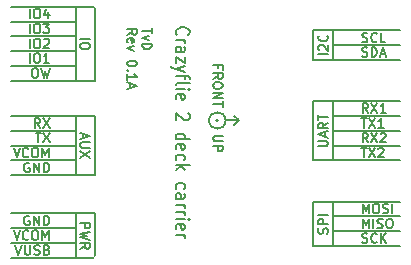
<source format=gbr>
%TF.GenerationSoftware,KiCad,Pcbnew,5.1.6-c6e7f7d~86~ubuntu18.04.1*%
%TF.CreationDate,2020-05-25T11:30:19+02:00*%
%TF.ProjectId,cf-deck-carrier,63662d64-6563-46b2-9d63-617272696572,0.1A*%
%TF.SameCoordinates,Original*%
%TF.FileFunction,Legend,Top*%
%TF.FilePolarity,Positive*%
%FSLAX46Y46*%
G04 Gerber Fmt 4.6, Leading zero omitted, Abs format (unit mm)*
G04 Created by KiCad (PCBNEW 5.1.6-c6e7f7d~86~ubuntu18.04.1) date 2020-05-25 11:30:19*
%MOMM*%
%LPD*%
G01*
G04 APERTURE LIST*
%ADD10C,0.150000*%
%ADD11O,1.400000X0.900000*%
%ADD12C,1.150000*%
%ADD13R,1.150000X1.150000*%
G04 APERTURE END LIST*
D10*
X134439095Y-88174610D02*
X134439095Y-88631753D01*
X133639095Y-88403181D02*
X134439095Y-88403181D01*
X134172428Y-88822229D02*
X133639095Y-89012705D01*
X134172428Y-89203181D01*
X133639095Y-89507943D02*
X134439095Y-89507943D01*
X134439095Y-89698420D01*
X134401000Y-89812705D01*
X134324809Y-89888896D01*
X134248619Y-89926991D01*
X134096238Y-89965086D01*
X133981952Y-89965086D01*
X133829571Y-89926991D01*
X133753380Y-89888896D01*
X133677190Y-89812705D01*
X133639095Y-89698420D01*
X133639095Y-89507943D01*
X132389095Y-88746039D02*
X132770047Y-88479372D01*
X132389095Y-88288896D02*
X133189095Y-88288896D01*
X133189095Y-88593658D01*
X133151000Y-88669848D01*
X133112904Y-88707943D01*
X133036714Y-88746039D01*
X132922428Y-88746039D01*
X132846238Y-88707943D01*
X132808142Y-88669848D01*
X132770047Y-88593658D01*
X132770047Y-88288896D01*
X132427190Y-89393658D02*
X132389095Y-89317467D01*
X132389095Y-89165086D01*
X132427190Y-89088896D01*
X132503380Y-89050800D01*
X132808142Y-89050800D01*
X132884333Y-89088896D01*
X132922428Y-89165086D01*
X132922428Y-89317467D01*
X132884333Y-89393658D01*
X132808142Y-89431753D01*
X132731952Y-89431753D01*
X132655761Y-89050800D01*
X132922428Y-89698420D02*
X132389095Y-89888896D01*
X132922428Y-90079372D01*
X133189095Y-91146039D02*
X133189095Y-91222229D01*
X133151000Y-91298420D01*
X133112904Y-91336515D01*
X133036714Y-91374610D01*
X132884333Y-91412705D01*
X132693857Y-91412705D01*
X132541476Y-91374610D01*
X132465285Y-91336515D01*
X132427190Y-91298420D01*
X132389095Y-91222229D01*
X132389095Y-91146039D01*
X132427190Y-91069848D01*
X132465285Y-91031753D01*
X132541476Y-90993658D01*
X132693857Y-90955562D01*
X132884333Y-90955562D01*
X133036714Y-90993658D01*
X133112904Y-91031753D01*
X133151000Y-91069848D01*
X133189095Y-91146039D01*
X132465285Y-91755562D02*
X132427190Y-91793658D01*
X132389095Y-91755562D01*
X132427190Y-91717467D01*
X132465285Y-91755562D01*
X132389095Y-91755562D01*
X132389095Y-92555562D02*
X132389095Y-92098420D01*
X132389095Y-92326991D02*
X133189095Y-92326991D01*
X133074809Y-92250800D01*
X132998619Y-92174610D01*
X132960523Y-92098420D01*
X132617666Y-92860324D02*
X132617666Y-93241277D01*
X132389095Y-92784134D02*
X133189095Y-93050800D01*
X132389095Y-93317467D01*
X136572428Y-88739015D02*
X136515285Y-88691396D01*
X136458142Y-88548539D01*
X136458142Y-88453300D01*
X136515285Y-88310443D01*
X136629571Y-88215205D01*
X136743857Y-88167586D01*
X136972428Y-88119967D01*
X137143857Y-88119967D01*
X137372428Y-88167586D01*
X137486714Y-88215205D01*
X137601000Y-88310443D01*
X137658142Y-88453300D01*
X137658142Y-88548539D01*
X137601000Y-88691396D01*
X137543857Y-88739015D01*
X136458142Y-89167586D02*
X137258142Y-89167586D01*
X137029571Y-89167586D02*
X137143857Y-89215205D01*
X137201000Y-89262824D01*
X137258142Y-89358062D01*
X137258142Y-89453300D01*
X136458142Y-90215205D02*
X137086714Y-90215205D01*
X137201000Y-90167586D01*
X137258142Y-90072348D01*
X137258142Y-89881872D01*
X137201000Y-89786634D01*
X136515285Y-90215205D02*
X136458142Y-90119967D01*
X136458142Y-89881872D01*
X136515285Y-89786634D01*
X136629571Y-89739015D01*
X136743857Y-89739015D01*
X136858142Y-89786634D01*
X136915285Y-89881872D01*
X136915285Y-90119967D01*
X136972428Y-90215205D01*
X137258142Y-90596158D02*
X137258142Y-91119967D01*
X136458142Y-90596158D01*
X136458142Y-91119967D01*
X137258142Y-91405681D02*
X136458142Y-91643777D01*
X137258142Y-91881872D02*
X136458142Y-91643777D01*
X136172428Y-91548539D01*
X136115285Y-91500920D01*
X136058142Y-91405681D01*
X137258142Y-92119967D02*
X137258142Y-92500920D01*
X136458142Y-92262824D02*
X137486714Y-92262824D01*
X137601000Y-92310443D01*
X137658142Y-92405681D01*
X137658142Y-92500920D01*
X136458142Y-92977110D02*
X136515285Y-92881872D01*
X136629571Y-92834253D01*
X137658142Y-92834253D01*
X136458142Y-93358062D02*
X137258142Y-93358062D01*
X137658142Y-93358062D02*
X137601000Y-93310443D01*
X137543857Y-93358062D01*
X137601000Y-93405681D01*
X137658142Y-93358062D01*
X137543857Y-93358062D01*
X136515285Y-94215205D02*
X136458142Y-94119967D01*
X136458142Y-93929491D01*
X136515285Y-93834253D01*
X136629571Y-93786634D01*
X137086714Y-93786634D01*
X137201000Y-93834253D01*
X137258142Y-93929491D01*
X137258142Y-94119967D01*
X137201000Y-94215205D01*
X137086714Y-94262824D01*
X136972428Y-94262824D01*
X136858142Y-93786634D01*
X137543857Y-95405681D02*
X137601000Y-95453300D01*
X137658142Y-95548539D01*
X137658142Y-95786634D01*
X137601000Y-95881872D01*
X137543857Y-95929491D01*
X137429571Y-95977110D01*
X137315285Y-95977110D01*
X137143857Y-95929491D01*
X136458142Y-95358062D01*
X136458142Y-95977110D01*
X136458142Y-97596158D02*
X137658142Y-97596158D01*
X136515285Y-97596158D02*
X136458142Y-97500920D01*
X136458142Y-97310443D01*
X136515285Y-97215205D01*
X136572428Y-97167586D01*
X136686714Y-97119967D01*
X137029571Y-97119967D01*
X137143857Y-97167586D01*
X137201000Y-97215205D01*
X137258142Y-97310443D01*
X137258142Y-97500920D01*
X137201000Y-97596158D01*
X136515285Y-98453300D02*
X136458142Y-98358062D01*
X136458142Y-98167586D01*
X136515285Y-98072348D01*
X136629571Y-98024729D01*
X137086714Y-98024729D01*
X137201000Y-98072348D01*
X137258142Y-98167586D01*
X137258142Y-98358062D01*
X137201000Y-98453300D01*
X137086714Y-98500920D01*
X136972428Y-98500920D01*
X136858142Y-98024729D01*
X136515285Y-99358062D02*
X136458142Y-99262824D01*
X136458142Y-99072348D01*
X136515285Y-98977110D01*
X136572428Y-98929491D01*
X136686714Y-98881872D01*
X137029571Y-98881872D01*
X137143857Y-98929491D01*
X137201000Y-98977110D01*
X137258142Y-99072348D01*
X137258142Y-99262824D01*
X137201000Y-99358062D01*
X136458142Y-99786634D02*
X137658142Y-99786634D01*
X136915285Y-99881872D02*
X136458142Y-100167586D01*
X137258142Y-100167586D02*
X136801000Y-99786634D01*
X136515285Y-101786634D02*
X136458142Y-101691396D01*
X136458142Y-101500920D01*
X136515285Y-101405681D01*
X136572428Y-101358062D01*
X136686714Y-101310443D01*
X137029571Y-101310443D01*
X137143857Y-101358062D01*
X137201000Y-101405681D01*
X137258142Y-101500920D01*
X137258142Y-101691396D01*
X137201000Y-101786634D01*
X136458142Y-102643777D02*
X137086714Y-102643777D01*
X137201000Y-102596158D01*
X137258142Y-102500920D01*
X137258142Y-102310443D01*
X137201000Y-102215205D01*
X136515285Y-102643777D02*
X136458142Y-102548539D01*
X136458142Y-102310443D01*
X136515285Y-102215205D01*
X136629571Y-102167586D01*
X136743857Y-102167586D01*
X136858142Y-102215205D01*
X136915285Y-102310443D01*
X136915285Y-102548539D01*
X136972428Y-102643777D01*
X136458142Y-103119967D02*
X137258142Y-103119967D01*
X137029571Y-103119967D02*
X137143857Y-103167586D01*
X137201000Y-103215205D01*
X137258142Y-103310443D01*
X137258142Y-103405681D01*
X136458142Y-103739015D02*
X137258142Y-103739015D01*
X137029571Y-103739015D02*
X137143857Y-103786634D01*
X137201000Y-103834253D01*
X137258142Y-103929491D01*
X137258142Y-104024729D01*
X136458142Y-104358062D02*
X137258142Y-104358062D01*
X137658142Y-104358062D02*
X137601000Y-104310443D01*
X137543857Y-104358062D01*
X137601000Y-104405681D01*
X137658142Y-104358062D01*
X137543857Y-104358062D01*
X136515285Y-105215205D02*
X136458142Y-105119967D01*
X136458142Y-104929491D01*
X136515285Y-104834253D01*
X136629571Y-104786634D01*
X137086714Y-104786634D01*
X137201000Y-104834253D01*
X137258142Y-104929491D01*
X137258142Y-105119967D01*
X137201000Y-105215205D01*
X137086714Y-105262824D01*
X136972428Y-105262824D01*
X136858142Y-104786634D01*
X136458142Y-105691396D02*
X137258142Y-105691396D01*
X137029571Y-105691396D02*
X137143857Y-105739015D01*
X137201000Y-105786634D01*
X137258142Y-105881872D01*
X137258142Y-105977110D01*
X140058142Y-91589134D02*
X140058142Y-91322467D01*
X139639095Y-91322467D02*
X140439095Y-91322467D01*
X140439095Y-91703420D01*
X139639095Y-92465324D02*
X140020047Y-92198658D01*
X139639095Y-92008181D02*
X140439095Y-92008181D01*
X140439095Y-92312943D01*
X140401000Y-92389134D01*
X140362904Y-92427229D01*
X140286714Y-92465324D01*
X140172428Y-92465324D01*
X140096238Y-92427229D01*
X140058142Y-92389134D01*
X140020047Y-92312943D01*
X140020047Y-92008181D01*
X140439095Y-92960562D02*
X140439095Y-93112943D01*
X140401000Y-93189134D01*
X140324809Y-93265324D01*
X140172428Y-93303420D01*
X139905761Y-93303420D01*
X139753380Y-93265324D01*
X139677190Y-93189134D01*
X139639095Y-93112943D01*
X139639095Y-92960562D01*
X139677190Y-92884372D01*
X139753380Y-92808181D01*
X139905761Y-92770086D01*
X140172428Y-92770086D01*
X140324809Y-92808181D01*
X140401000Y-92884372D01*
X140439095Y-92960562D01*
X139639095Y-93646277D02*
X140439095Y-93646277D01*
X139639095Y-94103420D01*
X140439095Y-94103420D01*
X140439095Y-94370086D02*
X140439095Y-94827229D01*
X139639095Y-94598658D02*
X140439095Y-94598658D01*
X140439095Y-97288896D02*
X139791476Y-97288896D01*
X139715285Y-97326991D01*
X139677190Y-97365086D01*
X139639095Y-97441277D01*
X139639095Y-97593658D01*
X139677190Y-97669848D01*
X139715285Y-97707943D01*
X139791476Y-97746039D01*
X140439095Y-97746039D01*
X139639095Y-98126991D02*
X140439095Y-98126991D01*
X140439095Y-98431753D01*
X140401000Y-98507943D01*
X140362904Y-98546039D01*
X140286714Y-98584134D01*
X140172428Y-98584134D01*
X140096238Y-98546039D01*
X140058142Y-98507943D01*
X140020047Y-98431753D01*
X140020047Y-98126991D01*
X128001000Y-91375920D02*
X122501000Y-91375920D01*
X128001000Y-90125920D02*
X122501000Y-90125920D01*
X128001000Y-88875920D02*
X122501000Y-88875920D01*
X128001000Y-87625920D02*
X122501000Y-87625920D01*
X129626000Y-86375920D02*
X128001000Y-86375920D01*
X129626000Y-92625920D02*
X129626000Y-86375920D01*
X128001000Y-92625920D02*
X129626000Y-92625920D01*
X128001000Y-86375920D02*
X122501000Y-86375920D01*
X128001000Y-92625920D02*
X128001000Y-86375920D01*
X128001000Y-92625920D02*
X122501000Y-92625920D01*
X128389095Y-89081872D02*
X129189095Y-89081872D01*
X129189095Y-89615205D02*
X129189095Y-89767586D01*
X129151000Y-89843777D01*
X129074809Y-89919967D01*
X128922428Y-89958062D01*
X128655761Y-89958062D01*
X128503380Y-89919967D01*
X128427190Y-89843777D01*
X128389095Y-89767586D01*
X128389095Y-89615205D01*
X128427190Y-89539015D01*
X128503380Y-89462824D01*
X128655761Y-89424729D01*
X128922428Y-89424729D01*
X129074809Y-89462824D01*
X129151000Y-89539015D01*
X129189095Y-89615205D01*
X124493976Y-91562824D02*
X124646357Y-91562824D01*
X124722547Y-91600920D01*
X124798738Y-91677110D01*
X124836833Y-91829491D01*
X124836833Y-92096158D01*
X124798738Y-92248539D01*
X124722547Y-92324729D01*
X124646357Y-92362824D01*
X124493976Y-92362824D01*
X124417785Y-92324729D01*
X124341595Y-92248539D01*
X124303500Y-92096158D01*
X124303500Y-91829491D01*
X124341595Y-91677110D01*
X124417785Y-91600920D01*
X124493976Y-91562824D01*
X125103500Y-91562824D02*
X125293976Y-92362824D01*
X125446357Y-91791396D01*
X125598738Y-92362824D01*
X125789214Y-91562824D01*
X124113023Y-91112824D02*
X124113023Y-90312824D01*
X124646357Y-90312824D02*
X124798738Y-90312824D01*
X124874928Y-90350920D01*
X124951119Y-90427110D01*
X124989214Y-90579491D01*
X124989214Y-90846158D01*
X124951119Y-90998539D01*
X124874928Y-91074729D01*
X124798738Y-91112824D01*
X124646357Y-91112824D01*
X124570166Y-91074729D01*
X124493976Y-90998539D01*
X124455880Y-90846158D01*
X124455880Y-90579491D01*
X124493976Y-90427110D01*
X124570166Y-90350920D01*
X124646357Y-90312824D01*
X125751119Y-91112824D02*
X125293976Y-91112824D01*
X125522547Y-91112824D02*
X125522547Y-90312824D01*
X125446357Y-90427110D01*
X125370166Y-90503300D01*
X125293976Y-90541396D01*
X124113023Y-89862824D02*
X124113023Y-89062824D01*
X124646357Y-89062824D02*
X124798738Y-89062824D01*
X124874928Y-89100920D01*
X124951119Y-89177110D01*
X124989214Y-89329491D01*
X124989214Y-89596158D01*
X124951119Y-89748539D01*
X124874928Y-89824729D01*
X124798738Y-89862824D01*
X124646357Y-89862824D01*
X124570166Y-89824729D01*
X124493976Y-89748539D01*
X124455880Y-89596158D01*
X124455880Y-89329491D01*
X124493976Y-89177110D01*
X124570166Y-89100920D01*
X124646357Y-89062824D01*
X125293976Y-89139015D02*
X125332071Y-89100920D01*
X125408261Y-89062824D01*
X125598738Y-89062824D01*
X125674928Y-89100920D01*
X125713023Y-89139015D01*
X125751119Y-89215205D01*
X125751119Y-89291396D01*
X125713023Y-89405681D01*
X125255880Y-89862824D01*
X125751119Y-89862824D01*
X124113023Y-88612824D02*
X124113023Y-87812824D01*
X124646357Y-87812824D02*
X124798738Y-87812824D01*
X124874928Y-87850920D01*
X124951119Y-87927110D01*
X124989214Y-88079491D01*
X124989214Y-88346158D01*
X124951119Y-88498539D01*
X124874928Y-88574729D01*
X124798738Y-88612824D01*
X124646357Y-88612824D01*
X124570166Y-88574729D01*
X124493976Y-88498539D01*
X124455880Y-88346158D01*
X124455880Y-88079491D01*
X124493976Y-87927110D01*
X124570166Y-87850920D01*
X124646357Y-87812824D01*
X125255880Y-87812824D02*
X125751119Y-87812824D01*
X125484452Y-88117586D01*
X125598738Y-88117586D01*
X125674928Y-88155681D01*
X125713023Y-88193777D01*
X125751119Y-88269967D01*
X125751119Y-88460443D01*
X125713023Y-88536634D01*
X125674928Y-88574729D01*
X125598738Y-88612824D01*
X125370166Y-88612824D01*
X125293976Y-88574729D01*
X125255880Y-88536634D01*
X124113023Y-87362824D02*
X124113023Y-86562824D01*
X124646357Y-86562824D02*
X124798738Y-86562824D01*
X124874928Y-86600920D01*
X124951119Y-86677110D01*
X124989214Y-86829491D01*
X124989214Y-87096158D01*
X124951119Y-87248539D01*
X124874928Y-87324729D01*
X124798738Y-87362824D01*
X124646357Y-87362824D01*
X124570166Y-87324729D01*
X124493976Y-87248539D01*
X124455880Y-87096158D01*
X124455880Y-86829491D01*
X124493976Y-86677110D01*
X124570166Y-86600920D01*
X124646357Y-86562824D01*
X125674928Y-86829491D02*
X125674928Y-87362824D01*
X125484452Y-86524729D02*
X125293976Y-87096158D01*
X125789214Y-87096158D01*
X128001000Y-99375920D02*
X122501000Y-99375920D01*
X128001000Y-98125920D02*
X122501000Y-98125920D01*
X128001000Y-96875920D02*
X122501000Y-96875920D01*
X129626000Y-95625920D02*
X128001000Y-95625920D01*
X129626000Y-100625920D02*
X129626000Y-95625920D01*
X128001000Y-100625920D02*
X129626000Y-100625920D01*
X128001000Y-95625920D02*
X122501000Y-95625920D01*
X128001000Y-100625920D02*
X128001000Y-95625920D01*
X122501000Y-100625920D02*
X128001000Y-100625920D01*
X128617666Y-97135443D02*
X128617666Y-97516396D01*
X128389095Y-97059253D02*
X129189095Y-97325920D01*
X128389095Y-97592586D01*
X129189095Y-97859253D02*
X128541476Y-97859253D01*
X128465285Y-97897348D01*
X128427190Y-97935443D01*
X128389095Y-98011634D01*
X128389095Y-98164015D01*
X128427190Y-98240205D01*
X128465285Y-98278300D01*
X128541476Y-98316396D01*
X129189095Y-98316396D01*
X129189095Y-98621158D02*
X128389095Y-99154491D01*
X129189095Y-99154491D02*
X128389095Y-98621158D01*
X124074928Y-99600920D02*
X123998738Y-99562824D01*
X123884452Y-99562824D01*
X123770166Y-99600920D01*
X123693976Y-99677110D01*
X123655880Y-99753300D01*
X123617785Y-99905681D01*
X123617785Y-100019967D01*
X123655880Y-100172348D01*
X123693976Y-100248539D01*
X123770166Y-100324729D01*
X123884452Y-100362824D01*
X123960642Y-100362824D01*
X124074928Y-100324729D01*
X124113023Y-100286634D01*
X124113023Y-100019967D01*
X123960642Y-100019967D01*
X124455880Y-100362824D02*
X124455880Y-99562824D01*
X124913023Y-100362824D01*
X124913023Y-99562824D01*
X125293976Y-100362824D02*
X125293976Y-99562824D01*
X125484452Y-99562824D01*
X125598738Y-99600920D01*
X125674928Y-99677110D01*
X125713023Y-99753300D01*
X125751119Y-99905681D01*
X125751119Y-100019967D01*
X125713023Y-100172348D01*
X125674928Y-100248539D01*
X125598738Y-100324729D01*
X125484452Y-100362824D01*
X125293976Y-100362824D01*
X122741595Y-98312824D02*
X123008261Y-99112824D01*
X123274928Y-98312824D01*
X123998738Y-99036634D02*
X123960642Y-99074729D01*
X123846357Y-99112824D01*
X123770166Y-99112824D01*
X123655880Y-99074729D01*
X123579690Y-98998539D01*
X123541595Y-98922348D01*
X123503500Y-98769967D01*
X123503500Y-98655681D01*
X123541595Y-98503300D01*
X123579690Y-98427110D01*
X123655880Y-98350920D01*
X123770166Y-98312824D01*
X123846357Y-98312824D01*
X123960642Y-98350920D01*
X123998738Y-98389015D01*
X124493976Y-98312824D02*
X124646357Y-98312824D01*
X124722547Y-98350920D01*
X124798738Y-98427110D01*
X124836833Y-98579491D01*
X124836833Y-98846158D01*
X124798738Y-98998539D01*
X124722547Y-99074729D01*
X124646357Y-99112824D01*
X124493976Y-99112824D01*
X124417785Y-99074729D01*
X124341595Y-98998539D01*
X124303500Y-98846158D01*
X124303500Y-98579491D01*
X124341595Y-98427110D01*
X124417785Y-98350920D01*
X124493976Y-98312824D01*
X125179690Y-99112824D02*
X125179690Y-98312824D01*
X125446357Y-98884253D01*
X125713023Y-98312824D01*
X125713023Y-99112824D01*
X124608261Y-97062824D02*
X125065404Y-97062824D01*
X124836833Y-97862824D02*
X124836833Y-97062824D01*
X125255880Y-97062824D02*
X125789214Y-97862824D01*
X125789214Y-97062824D02*
X125255880Y-97862824D01*
X124989214Y-96612824D02*
X124722547Y-96231872D01*
X124532071Y-96612824D02*
X124532071Y-95812824D01*
X124836833Y-95812824D01*
X124913023Y-95850920D01*
X124951119Y-95889015D01*
X124989214Y-95965205D01*
X124989214Y-96079491D01*
X124951119Y-96155681D01*
X124913023Y-96193777D01*
X124836833Y-96231872D01*
X124532071Y-96231872D01*
X125255880Y-95812824D02*
X125789214Y-96612824D01*
X125789214Y-95812824D02*
X125255880Y-96612824D01*
X129626000Y-103875920D02*
X128001000Y-103875920D01*
X129626000Y-107625920D02*
X128001000Y-107625920D01*
X129626000Y-103875920D02*
X129626000Y-107625920D01*
X128001000Y-107625920D02*
X122501000Y-107625920D01*
X128001000Y-106375920D02*
X122501000Y-106375920D01*
X128001000Y-105125920D02*
X122501000Y-105125920D01*
X128001000Y-103875920D02*
X122501000Y-103875920D01*
X128001000Y-103875920D02*
X128001000Y-107625920D01*
X128389095Y-104684253D02*
X129189095Y-104684253D01*
X129189095Y-104989015D01*
X129151000Y-105065205D01*
X129112904Y-105103300D01*
X129036714Y-105141396D01*
X128922428Y-105141396D01*
X128846238Y-105103300D01*
X128808142Y-105065205D01*
X128770047Y-104989015D01*
X128770047Y-104684253D01*
X129189095Y-105408062D02*
X128389095Y-105598539D01*
X128960523Y-105750920D01*
X128389095Y-105903300D01*
X129189095Y-106093777D01*
X128389095Y-106855681D02*
X128770047Y-106589015D01*
X128389095Y-106398539D02*
X129189095Y-106398539D01*
X129189095Y-106703300D01*
X129151000Y-106779491D01*
X129112904Y-106817586D01*
X129036714Y-106855681D01*
X128922428Y-106855681D01*
X128846238Y-106817586D01*
X128808142Y-106779491D01*
X128770047Y-106703300D01*
X128770047Y-106398539D01*
X124074928Y-104100920D02*
X123998738Y-104062824D01*
X123884452Y-104062824D01*
X123770166Y-104100920D01*
X123693976Y-104177110D01*
X123655880Y-104253300D01*
X123617785Y-104405681D01*
X123617785Y-104519967D01*
X123655880Y-104672348D01*
X123693976Y-104748539D01*
X123770166Y-104824729D01*
X123884452Y-104862824D01*
X123960642Y-104862824D01*
X124074928Y-104824729D01*
X124113023Y-104786634D01*
X124113023Y-104519967D01*
X123960642Y-104519967D01*
X124455880Y-104862824D02*
X124455880Y-104062824D01*
X124913023Y-104862824D01*
X124913023Y-104062824D01*
X125293976Y-104862824D02*
X125293976Y-104062824D01*
X125484452Y-104062824D01*
X125598738Y-104100920D01*
X125674928Y-104177110D01*
X125713023Y-104253300D01*
X125751119Y-104405681D01*
X125751119Y-104519967D01*
X125713023Y-104672348D01*
X125674928Y-104748539D01*
X125598738Y-104824729D01*
X125484452Y-104862824D01*
X125293976Y-104862824D01*
X122741595Y-105312824D02*
X123008261Y-106112824D01*
X123274928Y-105312824D01*
X123998738Y-106036634D02*
X123960642Y-106074729D01*
X123846357Y-106112824D01*
X123770166Y-106112824D01*
X123655880Y-106074729D01*
X123579690Y-105998539D01*
X123541595Y-105922348D01*
X123503500Y-105769967D01*
X123503500Y-105655681D01*
X123541595Y-105503300D01*
X123579690Y-105427110D01*
X123655880Y-105350920D01*
X123770166Y-105312824D01*
X123846357Y-105312824D01*
X123960642Y-105350920D01*
X123998738Y-105389015D01*
X124493976Y-105312824D02*
X124646357Y-105312824D01*
X124722547Y-105350920D01*
X124798738Y-105427110D01*
X124836833Y-105579491D01*
X124836833Y-105846158D01*
X124798738Y-105998539D01*
X124722547Y-106074729D01*
X124646357Y-106112824D01*
X124493976Y-106112824D01*
X124417785Y-106074729D01*
X124341595Y-105998539D01*
X124303500Y-105846158D01*
X124303500Y-105579491D01*
X124341595Y-105427110D01*
X124417785Y-105350920D01*
X124493976Y-105312824D01*
X125179690Y-106112824D02*
X125179690Y-105312824D01*
X125446357Y-105884253D01*
X125713023Y-105312824D01*
X125713023Y-106112824D01*
X122893976Y-106562824D02*
X123160642Y-107362824D01*
X123427309Y-106562824D01*
X123693976Y-106562824D02*
X123693976Y-107210443D01*
X123732071Y-107286634D01*
X123770166Y-107324729D01*
X123846357Y-107362824D01*
X123998738Y-107362824D01*
X124074928Y-107324729D01*
X124113023Y-107286634D01*
X124151119Y-107210443D01*
X124151119Y-106562824D01*
X124493976Y-107324729D02*
X124608261Y-107362824D01*
X124798738Y-107362824D01*
X124874928Y-107324729D01*
X124913023Y-107286634D01*
X124951119Y-107210443D01*
X124951119Y-107134253D01*
X124913023Y-107058062D01*
X124874928Y-107019967D01*
X124798738Y-106981872D01*
X124646357Y-106943777D01*
X124570166Y-106905681D01*
X124532071Y-106867586D01*
X124493976Y-106791396D01*
X124493976Y-106715205D01*
X124532071Y-106639015D01*
X124570166Y-106600920D01*
X124646357Y-106562824D01*
X124836833Y-106562824D01*
X124951119Y-106600920D01*
X125560642Y-106943777D02*
X125674928Y-106981872D01*
X125713023Y-107019967D01*
X125751119Y-107096158D01*
X125751119Y-107210443D01*
X125713023Y-107286634D01*
X125674928Y-107324729D01*
X125598738Y-107362824D01*
X125293976Y-107362824D01*
X125293976Y-106562824D01*
X125560642Y-106562824D01*
X125636833Y-106600920D01*
X125674928Y-106639015D01*
X125713023Y-106715205D01*
X125713023Y-106791396D01*
X125674928Y-106867586D01*
X125636833Y-106905681D01*
X125560642Y-106943777D01*
X125293976Y-106943777D01*
X148126000Y-106625920D02*
X149751000Y-106625920D01*
X148126000Y-102875920D02*
X148126000Y-106625920D01*
X149751000Y-102875920D02*
X148126000Y-102875920D01*
X149751000Y-102875920D02*
X149751000Y-106625920D01*
X149751000Y-106625920D02*
X155501000Y-106625920D01*
X149751000Y-105375920D02*
X155501000Y-105375920D01*
X149751000Y-102875920D02*
X155501000Y-102875920D01*
X149751000Y-104125920D02*
X155501000Y-104125920D01*
X149324809Y-105569967D02*
X149362904Y-105455681D01*
X149362904Y-105265205D01*
X149324809Y-105189015D01*
X149286714Y-105150920D01*
X149210523Y-105112824D01*
X149134333Y-105112824D01*
X149058142Y-105150920D01*
X149020047Y-105189015D01*
X148981952Y-105265205D01*
X148943857Y-105417586D01*
X148905761Y-105493777D01*
X148867666Y-105531872D01*
X148791476Y-105569967D01*
X148715285Y-105569967D01*
X148639095Y-105531872D01*
X148601000Y-105493777D01*
X148562904Y-105417586D01*
X148562904Y-105227110D01*
X148601000Y-105112824D01*
X149362904Y-104769967D02*
X148562904Y-104769967D01*
X148562904Y-104465205D01*
X148601000Y-104389015D01*
X148639095Y-104350920D01*
X148715285Y-104312824D01*
X148829571Y-104312824D01*
X148905761Y-104350920D01*
X148943857Y-104389015D01*
X148981952Y-104465205D01*
X148981952Y-104769967D01*
X149362904Y-103969967D02*
X148562904Y-103969967D01*
X152250880Y-106324729D02*
X152365166Y-106362824D01*
X152555642Y-106362824D01*
X152631833Y-106324729D01*
X152669928Y-106286634D01*
X152708023Y-106210443D01*
X152708023Y-106134253D01*
X152669928Y-106058062D01*
X152631833Y-106019967D01*
X152555642Y-105981872D01*
X152403261Y-105943777D01*
X152327071Y-105905681D01*
X152288976Y-105867586D01*
X152250880Y-105791396D01*
X152250880Y-105715205D01*
X152288976Y-105639015D01*
X152327071Y-105600920D01*
X152403261Y-105562824D01*
X152593738Y-105562824D01*
X152708023Y-105600920D01*
X153508023Y-106286634D02*
X153469928Y-106324729D01*
X153355642Y-106362824D01*
X153279452Y-106362824D01*
X153165166Y-106324729D01*
X153088976Y-106248539D01*
X153050880Y-106172348D01*
X153012785Y-106019967D01*
X153012785Y-105905681D01*
X153050880Y-105753300D01*
X153088976Y-105677110D01*
X153165166Y-105600920D01*
X153279452Y-105562824D01*
X153355642Y-105562824D01*
X153469928Y-105600920D01*
X153508023Y-105639015D01*
X153850880Y-106362824D02*
X153850880Y-105562824D01*
X154308023Y-106362824D02*
X153965166Y-105905681D01*
X154308023Y-105562824D02*
X153850880Y-106019967D01*
X152288976Y-105112824D02*
X152288976Y-104312824D01*
X152555642Y-104884253D01*
X152822309Y-104312824D01*
X152822309Y-105112824D01*
X153203261Y-105112824D02*
X153203261Y-104312824D01*
X153546119Y-105074729D02*
X153660404Y-105112824D01*
X153850880Y-105112824D01*
X153927071Y-105074729D01*
X153965166Y-105036634D01*
X154003261Y-104960443D01*
X154003261Y-104884253D01*
X153965166Y-104808062D01*
X153927071Y-104769967D01*
X153850880Y-104731872D01*
X153698500Y-104693777D01*
X153622309Y-104655681D01*
X153584214Y-104617586D01*
X153546119Y-104541396D01*
X153546119Y-104465205D01*
X153584214Y-104389015D01*
X153622309Y-104350920D01*
X153698500Y-104312824D01*
X153888976Y-104312824D01*
X154003261Y-104350920D01*
X154498500Y-104312824D02*
X154650880Y-104312824D01*
X154727071Y-104350920D01*
X154803261Y-104427110D01*
X154841357Y-104579491D01*
X154841357Y-104846158D01*
X154803261Y-104998539D01*
X154727071Y-105074729D01*
X154650880Y-105112824D01*
X154498500Y-105112824D01*
X154422309Y-105074729D01*
X154346119Y-104998539D01*
X154308023Y-104846158D01*
X154308023Y-104579491D01*
X154346119Y-104427110D01*
X154422309Y-104350920D01*
X154498500Y-104312824D01*
X152288976Y-103862824D02*
X152288976Y-103062824D01*
X152555642Y-103634253D01*
X152822309Y-103062824D01*
X152822309Y-103862824D01*
X153355642Y-103062824D02*
X153508023Y-103062824D01*
X153584214Y-103100920D01*
X153660404Y-103177110D01*
X153698500Y-103329491D01*
X153698500Y-103596158D01*
X153660404Y-103748539D01*
X153584214Y-103824729D01*
X153508023Y-103862824D01*
X153355642Y-103862824D01*
X153279452Y-103824729D01*
X153203261Y-103748539D01*
X153165166Y-103596158D01*
X153165166Y-103329491D01*
X153203261Y-103177110D01*
X153279452Y-103100920D01*
X153355642Y-103062824D01*
X154003261Y-103824729D02*
X154117547Y-103862824D01*
X154308023Y-103862824D01*
X154384214Y-103824729D01*
X154422309Y-103786634D01*
X154460404Y-103710443D01*
X154460404Y-103634253D01*
X154422309Y-103558062D01*
X154384214Y-103519967D01*
X154308023Y-103481872D01*
X154155642Y-103443777D01*
X154079452Y-103405681D01*
X154041357Y-103367586D01*
X154003261Y-103291396D01*
X154003261Y-103215205D01*
X154041357Y-103139015D01*
X154079452Y-103100920D01*
X154155642Y-103062824D01*
X154346119Y-103062824D01*
X154460404Y-103100920D01*
X154803261Y-103862824D02*
X154803261Y-103062824D01*
X148126000Y-88375920D02*
X149751000Y-88375920D01*
X148126000Y-90875920D02*
X148126000Y-88375920D01*
X149751000Y-90875920D02*
X148126000Y-90875920D01*
X149751000Y-88375920D02*
X149751000Y-90875920D01*
X149751000Y-90875920D02*
X155501000Y-90875920D01*
X149751000Y-88375920D02*
X155501000Y-88375920D01*
X149751000Y-89625920D02*
X155501000Y-89625920D01*
X149362904Y-90406872D02*
X148562904Y-90406872D01*
X148639095Y-90064015D02*
X148601000Y-90025920D01*
X148562904Y-89949729D01*
X148562904Y-89759253D01*
X148601000Y-89683062D01*
X148639095Y-89644967D01*
X148715285Y-89606872D01*
X148791476Y-89606872D01*
X148905761Y-89644967D01*
X149362904Y-90102110D01*
X149362904Y-89606872D01*
X149286714Y-88806872D02*
X149324809Y-88844967D01*
X149362904Y-88959253D01*
X149362904Y-89035443D01*
X149324809Y-89149729D01*
X149248619Y-89225920D01*
X149172428Y-89264015D01*
X149020047Y-89302110D01*
X148905761Y-89302110D01*
X148753380Y-89264015D01*
X148677190Y-89225920D01*
X148601000Y-89149729D01*
X148562904Y-89035443D01*
X148562904Y-88959253D01*
X148601000Y-88844967D01*
X148639095Y-88806872D01*
X152250880Y-90574729D02*
X152365166Y-90612824D01*
X152555642Y-90612824D01*
X152631833Y-90574729D01*
X152669928Y-90536634D01*
X152708023Y-90460443D01*
X152708023Y-90384253D01*
X152669928Y-90308062D01*
X152631833Y-90269967D01*
X152555642Y-90231872D01*
X152403261Y-90193777D01*
X152327071Y-90155681D01*
X152288976Y-90117586D01*
X152250880Y-90041396D01*
X152250880Y-89965205D01*
X152288976Y-89889015D01*
X152327071Y-89850920D01*
X152403261Y-89812824D01*
X152593738Y-89812824D01*
X152708023Y-89850920D01*
X153050880Y-90612824D02*
X153050880Y-89812824D01*
X153241357Y-89812824D01*
X153355642Y-89850920D01*
X153431833Y-89927110D01*
X153469928Y-90003300D01*
X153508023Y-90155681D01*
X153508023Y-90269967D01*
X153469928Y-90422348D01*
X153431833Y-90498539D01*
X153355642Y-90574729D01*
X153241357Y-90612824D01*
X153050880Y-90612824D01*
X153812785Y-90384253D02*
X154193738Y-90384253D01*
X153736595Y-90612824D02*
X154003261Y-89812824D01*
X154269928Y-90612824D01*
X152250880Y-89324729D02*
X152365166Y-89362824D01*
X152555642Y-89362824D01*
X152631833Y-89324729D01*
X152669928Y-89286634D01*
X152708023Y-89210443D01*
X152708023Y-89134253D01*
X152669928Y-89058062D01*
X152631833Y-89019967D01*
X152555642Y-88981872D01*
X152403261Y-88943777D01*
X152327071Y-88905681D01*
X152288976Y-88867586D01*
X152250880Y-88791396D01*
X152250880Y-88715205D01*
X152288976Y-88639015D01*
X152327071Y-88600920D01*
X152403261Y-88562824D01*
X152593738Y-88562824D01*
X152708023Y-88600920D01*
X153508023Y-89286634D02*
X153469928Y-89324729D01*
X153355642Y-89362824D01*
X153279452Y-89362824D01*
X153165166Y-89324729D01*
X153088976Y-89248539D01*
X153050880Y-89172348D01*
X153012785Y-89019967D01*
X153012785Y-88905681D01*
X153050880Y-88753300D01*
X153088976Y-88677110D01*
X153165166Y-88600920D01*
X153279452Y-88562824D01*
X153355642Y-88562824D01*
X153469928Y-88600920D01*
X153508023Y-88639015D01*
X154231833Y-89362824D02*
X153850880Y-89362824D01*
X153850880Y-88562824D01*
X155501000Y-99375920D02*
X149751000Y-99375920D01*
X149751000Y-98125920D02*
X155501000Y-98125920D01*
X149751000Y-96875920D02*
X155501000Y-96875920D01*
X149876000Y-95625920D02*
X155501000Y-95625920D01*
X149751000Y-94375920D02*
X155501000Y-94375920D01*
X148126000Y-94375920D02*
X149751000Y-94375920D01*
X148126000Y-99375920D02*
X148126000Y-94375920D01*
X149751000Y-99375920D02*
X148126000Y-99375920D01*
X149751000Y-94375920D02*
X149751000Y-99375920D01*
X148562904Y-98177110D02*
X149210523Y-98177110D01*
X149286714Y-98139015D01*
X149324809Y-98100920D01*
X149362904Y-98024729D01*
X149362904Y-97872348D01*
X149324809Y-97796158D01*
X149286714Y-97758062D01*
X149210523Y-97719967D01*
X148562904Y-97719967D01*
X149134333Y-97377110D02*
X149134333Y-96996158D01*
X149362904Y-97453300D02*
X148562904Y-97186634D01*
X149362904Y-96919967D01*
X149362904Y-96196158D02*
X148981952Y-96462824D01*
X149362904Y-96653300D02*
X148562904Y-96653300D01*
X148562904Y-96348539D01*
X148601000Y-96272348D01*
X148639095Y-96234253D01*
X148715285Y-96196158D01*
X148829571Y-96196158D01*
X148905761Y-96234253D01*
X148943857Y-96272348D01*
X148981952Y-96348539D01*
X148981952Y-96653300D01*
X148562904Y-95967586D02*
X148562904Y-95510443D01*
X149362904Y-95739015D02*
X148562904Y-95739015D01*
X152174690Y-98312824D02*
X152631833Y-98312824D01*
X152403261Y-99112824D02*
X152403261Y-98312824D01*
X152822309Y-98312824D02*
X153355642Y-99112824D01*
X153355642Y-98312824D02*
X152822309Y-99112824D01*
X153622309Y-98389015D02*
X153660404Y-98350920D01*
X153736595Y-98312824D01*
X153927071Y-98312824D01*
X154003261Y-98350920D01*
X154041357Y-98389015D01*
X154079452Y-98465205D01*
X154079452Y-98541396D01*
X154041357Y-98655681D01*
X153584214Y-99112824D01*
X154079452Y-99112824D01*
X152746119Y-97862824D02*
X152479452Y-97481872D01*
X152288976Y-97862824D02*
X152288976Y-97062824D01*
X152593738Y-97062824D01*
X152669928Y-97100920D01*
X152708023Y-97139015D01*
X152746119Y-97215205D01*
X152746119Y-97329491D01*
X152708023Y-97405681D01*
X152669928Y-97443777D01*
X152593738Y-97481872D01*
X152288976Y-97481872D01*
X153012785Y-97062824D02*
X153546119Y-97862824D01*
X153546119Y-97062824D02*
X153012785Y-97862824D01*
X153812785Y-97139015D02*
X153850880Y-97100920D01*
X153927071Y-97062824D01*
X154117547Y-97062824D01*
X154193738Y-97100920D01*
X154231833Y-97139015D01*
X154269928Y-97215205D01*
X154269928Y-97291396D01*
X154231833Y-97405681D01*
X153774690Y-97862824D01*
X154269928Y-97862824D01*
X152174690Y-95812824D02*
X152631833Y-95812824D01*
X152403261Y-96612824D02*
X152403261Y-95812824D01*
X152822309Y-95812824D02*
X153355642Y-96612824D01*
X153355642Y-95812824D02*
X152822309Y-96612824D01*
X154079452Y-96612824D02*
X153622309Y-96612824D01*
X153850880Y-96612824D02*
X153850880Y-95812824D01*
X153774690Y-95927110D01*
X153698500Y-96003300D01*
X153622309Y-96041396D01*
X152746119Y-95362824D02*
X152479452Y-94981872D01*
X152288976Y-95362824D02*
X152288976Y-94562824D01*
X152593738Y-94562824D01*
X152669928Y-94600920D01*
X152708023Y-94639015D01*
X152746119Y-94715205D01*
X152746119Y-94829491D01*
X152708023Y-94905681D01*
X152669928Y-94943777D01*
X152593738Y-94981872D01*
X152288976Y-94981872D01*
X153012785Y-94562824D02*
X153546119Y-95362824D01*
X153546119Y-94562824D02*
X153012785Y-95362824D01*
X154269928Y-95362824D02*
X153812785Y-95362824D01*
X154041357Y-95362824D02*
X154041357Y-94562824D01*
X153965166Y-94677110D01*
X153888976Y-94753300D01*
X153812785Y-94791396D01*
%TO.C,EXP_ORIENTATION*%
X141801000Y-96000920D02*
X141401000Y-96350920D01*
X141801000Y-96000920D02*
X141401000Y-95650920D01*
X140701000Y-96000920D02*
X141801000Y-96000920D01*
X140701446Y-96000920D02*
G75*
G03*
X140701446Y-96000920I-700446J0D01*
G01*
X140080057Y-96000920D02*
G75*
G03*
X140080057Y-96000920I-79057J0D01*
G01*
%TD*%
%LPC*%
%TO.C,G\u002A\u002A\u002A*%
G36*
X134616680Y-106061660D02*
G01*
X134616676Y-106061679D01*
X134616391Y-106062617D01*
X134616383Y-106062635D01*
X134615921Y-106063500D01*
X134615910Y-106063516D01*
X134615289Y-106064273D01*
X134615275Y-106064287D01*
X134614517Y-106064909D01*
X134614501Y-106064920D01*
X134613637Y-106065382D01*
X134613619Y-106065390D01*
X134612681Y-106065675D01*
X134612661Y-106065679D01*
X134611613Y-106065774D01*
X134611603Y-106065774D01*
X134564843Y-106065102D01*
X134535121Y-106064676D01*
X134614534Y-106118527D01*
X134614542Y-106118533D01*
X134615296Y-106119160D01*
X134615310Y-106119174D01*
X134615926Y-106119936D01*
X134615937Y-106119952D01*
X134616393Y-106120819D01*
X134616400Y-106120838D01*
X134616678Y-106121778D01*
X134616682Y-106121796D01*
X134616772Y-106122738D01*
X134616772Y-106211517D01*
X134616676Y-106212492D01*
X134616672Y-106212511D01*
X134616387Y-106213449D01*
X134616379Y-106213467D01*
X134615917Y-106214332D01*
X134615906Y-106214348D01*
X134615285Y-106215106D01*
X134615271Y-106215120D01*
X134614513Y-106215741D01*
X134614497Y-106215752D01*
X134613632Y-106216214D01*
X134613614Y-106216222D01*
X134612676Y-106216507D01*
X134612657Y-106216511D01*
X134611682Y-106216607D01*
X134611662Y-106216607D01*
X134610687Y-106216511D01*
X134610672Y-106216508D01*
X134610089Y-106216355D01*
X134610083Y-106216353D01*
X134591611Y-106210297D01*
X134573138Y-106204241D01*
X134573129Y-106204238D01*
X134572232Y-106203843D01*
X134572215Y-106203833D01*
X134571413Y-106203270D01*
X134571398Y-106203257D01*
X134570720Y-106202549D01*
X134570708Y-106202534D01*
X134570182Y-106201707D01*
X134570173Y-106201689D01*
X134569818Y-106200775D01*
X134569812Y-106200753D01*
X134569628Y-106199409D01*
X134569627Y-106199395D01*
X134569627Y-106183850D01*
X134517082Y-106165876D01*
X134501764Y-106160635D01*
X134501762Y-106160634D01*
X134487816Y-106155859D01*
X134475872Y-106151767D01*
X134475860Y-106151764D01*
X134466514Y-106148559D01*
X134466510Y-106148557D01*
X134462156Y-106147060D01*
X134462114Y-106147304D01*
X134462062Y-106149685D01*
X134462062Y-106149688D01*
X134462049Y-106149956D01*
X134462049Y-106149959D01*
X134461563Y-106156408D01*
X134461562Y-106156417D01*
X134461393Y-106157382D01*
X134461387Y-106157401D01*
X134461033Y-106158315D01*
X134461026Y-106158329D01*
X134460723Y-106158848D01*
X134460720Y-106158853D01*
X134459172Y-106161174D01*
X134459166Y-106161182D01*
X134458545Y-106161941D01*
X134458531Y-106161955D01*
X134457773Y-106162577D01*
X134457757Y-106162588D01*
X134456893Y-106163051D01*
X134456875Y-106163059D01*
X134455938Y-106163344D01*
X134455919Y-106163348D01*
X134454943Y-106163445D01*
X134454927Y-106163445D01*
X134454323Y-106163409D01*
X134454317Y-106163408D01*
X134453465Y-106163305D01*
X134453455Y-106163303D01*
X134452420Y-106163064D01*
X134452409Y-106163062D01*
X134448920Y-106161855D01*
X134442390Y-106159661D01*
X134434273Y-106156965D01*
X134434011Y-106156879D01*
X134434005Y-106156877D01*
X134418419Y-106151732D01*
X134418411Y-106151728D01*
X134417514Y-106151331D01*
X134417496Y-106151322D01*
X134416695Y-106150758D01*
X134416681Y-106150745D01*
X134416005Y-106150035D01*
X134415993Y-106150020D01*
X134415468Y-106149192D01*
X134415459Y-106149174D01*
X134415106Y-106148260D01*
X134415100Y-106148237D01*
X134414919Y-106146902D01*
X134414918Y-106146889D01*
X134414918Y-106105244D01*
X134414988Y-106089837D01*
X134414988Y-106089836D01*
X134414989Y-106089756D01*
X134415221Y-106078482D01*
X134415221Y-106078479D01*
X134415228Y-106078302D01*
X134415228Y-106078300D01*
X134415656Y-106070677D01*
X134415657Y-106070673D01*
X134415703Y-106070220D01*
X134415703Y-106070215D01*
X134416363Y-106065760D01*
X134416365Y-106065751D01*
X134416603Y-106064800D01*
X134416608Y-106064784D01*
X134416885Y-106064152D01*
X134416888Y-106064146D01*
X134417813Y-106062376D01*
X134417818Y-106062367D01*
X134418355Y-106061547D01*
X134418368Y-106061532D01*
X134419054Y-106060833D01*
X134419069Y-106060820D01*
X134419879Y-106060268D01*
X134419896Y-106060259D01*
X134420798Y-106059875D01*
X134420819Y-106059869D01*
X134422053Y-106059647D01*
X134422066Y-106059645D01*
X134422637Y-106059615D01*
X134422647Y-106059615D01*
X134423626Y-106059660D01*
X134423645Y-106059663D01*
X134424562Y-106059886D01*
X134424571Y-106059888D01*
X134428055Y-106061093D01*
X134428062Y-106061095D01*
X134434591Y-106063289D01*
X134434600Y-106063293D01*
X134442687Y-106065978D01*
X134442698Y-106065981D01*
X134442974Y-106066072D01*
X134442975Y-106066072D01*
X134443054Y-106066099D01*
X134451208Y-106068939D01*
X134451214Y-106068942D01*
X134451746Y-106069163D01*
X134451752Y-106069165D01*
X134456428Y-106071427D01*
X134456436Y-106071432D01*
X134457273Y-106071943D01*
X134457289Y-106071954D01*
X134458000Y-106072609D01*
X134458007Y-106072616D01*
X134460162Y-106075023D01*
X134460168Y-106075031D01*
X134460747Y-106075822D01*
X134460757Y-106075839D01*
X134461171Y-106076727D01*
X134461177Y-106076744D01*
X134461380Y-106077516D01*
X134461381Y-106077523D01*
X134461969Y-106080797D01*
X134461971Y-106080805D01*
X134462050Y-106081625D01*
X134462050Y-106081634D01*
X134462056Y-106082090D01*
X134463055Y-106086273D01*
X134464031Y-106087295D01*
X134466371Y-106088304D01*
X134473208Y-106091007D01*
X134483051Y-106094787D01*
X134495016Y-106099304D01*
X134508410Y-106104291D01*
X134508418Y-106104295D01*
X134510744Y-106105155D01*
X134524548Y-106110256D01*
X134524551Y-106110257D01*
X134532606Y-106113238D01*
X134525945Y-106108680D01*
X134509648Y-106097578D01*
X134508791Y-106096995D01*
X134457558Y-106062135D01*
X134457550Y-106062129D01*
X134456798Y-106061501D01*
X134456784Y-106061487D01*
X134456168Y-106060724D01*
X134456157Y-106060707D01*
X134455703Y-106059838D01*
X134455696Y-106059820D01*
X134455419Y-106058880D01*
X134455416Y-106058864D01*
X134455333Y-106058150D01*
X134455332Y-106058142D01*
X134454644Y-106042534D01*
X134453955Y-106026926D01*
X134453955Y-106026917D01*
X134454008Y-106025938D01*
X134454011Y-106025918D01*
X134454254Y-106024969D01*
X134454261Y-106024951D01*
X134454684Y-106024067D01*
X134454694Y-106024050D01*
X134455282Y-106023266D01*
X134455295Y-106023252D01*
X134456025Y-106022597D01*
X134456041Y-106022585D01*
X134456884Y-106022085D01*
X134456902Y-106022077D01*
X134457827Y-106021752D01*
X134457849Y-106021747D01*
X134459181Y-106021605D01*
X134459195Y-106021604D01*
X134510684Y-106023071D01*
X134527834Y-106023560D01*
X134518843Y-106020548D01*
X134504948Y-106015911D01*
X134504936Y-106015906D01*
X134491796Y-106011553D01*
X134480311Y-106007781D01*
X134471428Y-106004901D01*
X134466448Y-106003330D01*
X134466448Y-106003331D01*
X134462063Y-106001997D01*
X134462063Y-106002173D01*
X134462006Y-106002923D01*
X134462005Y-106002930D01*
X134461230Y-106008035D01*
X134461228Y-106008045D01*
X134460987Y-106008995D01*
X134460980Y-106009013D01*
X134460558Y-106009898D01*
X134460548Y-106009915D01*
X134459961Y-106010700D01*
X134459948Y-106010714D01*
X134459220Y-106011370D01*
X134459202Y-106011383D01*
X134458163Y-106011971D01*
X134458153Y-106011976D01*
X134456042Y-106012857D01*
X134456032Y-106012861D01*
X134455095Y-106013148D01*
X134455076Y-106013151D01*
X134454100Y-106013250D01*
X134454081Y-106013251D01*
X134453106Y-106013158D01*
X134453089Y-106013155D01*
X134452416Y-106012973D01*
X134452409Y-106012971D01*
X134448920Y-106011764D01*
X134442390Y-106009570D01*
X134434273Y-106006874D01*
X134434011Y-106006788D01*
X134434005Y-106006786D01*
X134418419Y-106001641D01*
X134418411Y-106001637D01*
X134417514Y-106001240D01*
X134417496Y-106001231D01*
X134416695Y-106000667D01*
X134416681Y-106000654D01*
X134416005Y-105999944D01*
X134415993Y-105999929D01*
X134415468Y-105999101D01*
X134415459Y-105999083D01*
X134415106Y-105998169D01*
X134415100Y-105998146D01*
X134414919Y-105996811D01*
X134414918Y-105996798D01*
X134414918Y-105955386D01*
X134415016Y-105942141D01*
X134415016Y-105942140D01*
X134415017Y-105942058D01*
X134415017Y-105942057D01*
X134415290Y-105930568D01*
X134415290Y-105930566D01*
X134415294Y-105930455D01*
X134415294Y-105930454D01*
X134415709Y-105921451D01*
X134415709Y-105921449D01*
X134415724Y-105921228D01*
X134415724Y-105921226D01*
X134416248Y-105915441D01*
X134416250Y-105915431D01*
X134416436Y-105914462D01*
X134416438Y-105914453D01*
X134416987Y-105912600D01*
X134416990Y-105912590D01*
X134417359Y-105911682D01*
X134417368Y-105911665D01*
X134417907Y-105910846D01*
X134417920Y-105910831D01*
X134418609Y-105910134D01*
X134418624Y-105910121D01*
X134419435Y-105909571D01*
X134419452Y-105909562D01*
X134420356Y-105909181D01*
X134420375Y-105909175D01*
X134421335Y-105908977D01*
X134421354Y-105908975D01*
X134422334Y-105908969D01*
X134422351Y-105908970D01*
X134423029Y-105909080D01*
X134423036Y-105909082D01*
X134425997Y-105909773D01*
X134426000Y-105909773D01*
X134426300Y-105909853D01*
X134426303Y-105909854D01*
X134432378Y-105911675D01*
X134432485Y-105911708D01*
X134432487Y-105911709D01*
X134440425Y-105914284D01*
X134440471Y-105914299D01*
X134441393Y-105914608D01*
X134441399Y-105914610D01*
X134441400Y-105914610D01*
X134457436Y-105920006D01*
X134457445Y-105920010D01*
X134458338Y-105920412D01*
X134458355Y-105920422D01*
X134459154Y-105920991D01*
X134459169Y-105921003D01*
X134459841Y-105921717D01*
X134459853Y-105921733D01*
X134460372Y-105922564D01*
X134460380Y-105922581D01*
X134460728Y-105923497D01*
X134460733Y-105923514D01*
X134460874Y-105924244D01*
X134460875Y-105924251D01*
X134462029Y-105934179D01*
X134462813Y-105940916D01*
X134515992Y-105959184D01*
X134531254Y-105964400D01*
X134545120Y-105969088D01*
X134556946Y-105973034D01*
X134566133Y-105976040D01*
X134569403Y-105977068D01*
X134569589Y-105975757D01*
X134569627Y-105974208D01*
X134569627Y-105965251D01*
X134569723Y-105964276D01*
X134569727Y-105964257D01*
X134570012Y-105963319D01*
X134570020Y-105963301D01*
X134570482Y-105962436D01*
X134570493Y-105962420D01*
X134571114Y-105961662D01*
X134571128Y-105961648D01*
X134571886Y-105961027D01*
X134571902Y-105961016D01*
X134572767Y-105960554D01*
X134572785Y-105960546D01*
X134573723Y-105960261D01*
X134573742Y-105960257D01*
X134574717Y-105960161D01*
X134574737Y-105960161D01*
X134575712Y-105960257D01*
X134575727Y-105960260D01*
X134575918Y-105960310D01*
X134575918Y-105960174D01*
X134575996Y-105959385D01*
X134575005Y-105959079D01*
X134563590Y-105955579D01*
X134561127Y-105954827D01*
X134561126Y-105954827D01*
X134561117Y-105954825D01*
X134540913Y-105948665D01*
X134540904Y-105948661D01*
X134539999Y-105948284D01*
X134539981Y-105948275D01*
X134539167Y-105947730D01*
X134539152Y-105947718D01*
X134538459Y-105947024D01*
X134538447Y-105947008D01*
X134537904Y-105946192D01*
X134537895Y-105946175D01*
X134537521Y-105945269D01*
X134537514Y-105945246D01*
X134537301Y-105943801D01*
X134537300Y-105943786D01*
X134537300Y-105911449D01*
X134537396Y-105910474D01*
X134537400Y-105910455D01*
X134537685Y-105909517D01*
X134537693Y-105909499D01*
X134538155Y-105908634D01*
X134538166Y-105908618D01*
X134538787Y-105907860D01*
X134538801Y-105907846D01*
X134539559Y-105907225D01*
X134539575Y-105907214D01*
X134540440Y-105906752D01*
X134540458Y-105906744D01*
X134541396Y-105906459D01*
X134541415Y-105906455D01*
X134542390Y-105906359D01*
X134542405Y-105906359D01*
X134542895Y-105906383D01*
X134542900Y-105906383D01*
X134559233Y-105907992D01*
X134569400Y-105908994D01*
X134569243Y-105907342D01*
X134568806Y-105902779D01*
X134517631Y-105884948D01*
X134502543Y-105879741D01*
X134488711Y-105875060D01*
X134488711Y-105875059D01*
X134476905Y-105871158D01*
X134467634Y-105868202D01*
X134462223Y-105866603D01*
X134462147Y-105866872D01*
X134462060Y-105869439D01*
X134462060Y-105869443D01*
X134462035Y-105869802D01*
X134462034Y-105869806D01*
X134461418Y-105875608D01*
X134461417Y-105875617D01*
X134461219Y-105876577D01*
X134461213Y-105876596D01*
X134460831Y-105877498D01*
X134460822Y-105877515D01*
X134460271Y-105878326D01*
X134460258Y-105878341D01*
X134459589Y-105879005D01*
X134459582Y-105879011D01*
X134457675Y-105880576D01*
X134457668Y-105880582D01*
X134456853Y-105881127D01*
X134456835Y-105881136D01*
X134455929Y-105881511D01*
X134455910Y-105881517D01*
X134454949Y-105881708D01*
X134454930Y-105881710D01*
X134453950Y-105881710D01*
X134453932Y-105881708D01*
X134453082Y-105881549D01*
X134453073Y-105881547D01*
X134452710Y-105881446D01*
X134452707Y-105881445D01*
X134452412Y-105881353D01*
X134452409Y-105881353D01*
X134448920Y-105880146D01*
X134442390Y-105877952D01*
X134434273Y-105875256D01*
X134434011Y-105875170D01*
X134434005Y-105875168D01*
X134418419Y-105870023D01*
X134418411Y-105870019D01*
X134417514Y-105869622D01*
X134417496Y-105869613D01*
X134416695Y-105869049D01*
X134416681Y-105869036D01*
X134416005Y-105868326D01*
X134415993Y-105868311D01*
X134415468Y-105867483D01*
X134415459Y-105867465D01*
X134415106Y-105866551D01*
X134415100Y-105866528D01*
X134414919Y-105865193D01*
X134414918Y-105865180D01*
X134414918Y-105778215D01*
X134415014Y-105777240D01*
X134415018Y-105777221D01*
X134415303Y-105776283D01*
X134415311Y-105776265D01*
X134415773Y-105775400D01*
X134415784Y-105775384D01*
X134416405Y-105774626D01*
X134416419Y-105774612D01*
X134417177Y-105773991D01*
X134417193Y-105773980D01*
X134418058Y-105773518D01*
X134418076Y-105773510D01*
X134419014Y-105773225D01*
X134419033Y-105773221D01*
X134420008Y-105773125D01*
X134420028Y-105773125D01*
X134421003Y-105773221D01*
X134421018Y-105773224D01*
X134421601Y-105773377D01*
X134421607Y-105773379D01*
X134440080Y-105779435D01*
X134458552Y-105785491D01*
X134458561Y-105785494D01*
X134459458Y-105785889D01*
X134459475Y-105785899D01*
X134460277Y-105786462D01*
X134460292Y-105786475D01*
X134460970Y-105787183D01*
X134460982Y-105787198D01*
X134461508Y-105788025D01*
X134461517Y-105788043D01*
X134461872Y-105788956D01*
X134461878Y-105788978D01*
X134462062Y-105790323D01*
X134462063Y-105790337D01*
X134462063Y-105805961D01*
X134512306Y-105823215D01*
X134527466Y-105828414D01*
X134541407Y-105833182D01*
X134553458Y-105837290D01*
X134562950Y-105840511D01*
X134569206Y-105842615D01*
X134569319Y-105842652D01*
X134569230Y-105841518D01*
X134568697Y-105837807D01*
X134567785Y-105835914D01*
X134565260Y-105833599D01*
X134559371Y-105829854D01*
X134555425Y-105827562D01*
X134539858Y-105818614D01*
X134539850Y-105818609D01*
X134539052Y-105818039D01*
X134539037Y-105818026D01*
X134538366Y-105817312D01*
X134538354Y-105817297D01*
X134537835Y-105816466D01*
X134537826Y-105816448D01*
X134537479Y-105815531D01*
X134537474Y-105815509D01*
X134537301Y-105814206D01*
X134537300Y-105814193D01*
X134537300Y-105798155D01*
X134537301Y-105798081D01*
X134537425Y-105789679D01*
X134537425Y-105789674D01*
X134537457Y-105789178D01*
X134537458Y-105789173D01*
X134537994Y-105784499D01*
X134537995Y-105784489D01*
X134538201Y-105783531D01*
X134538209Y-105783509D01*
X134538776Y-105782315D01*
X134538782Y-105782304D01*
X134539971Y-105780472D01*
X134539977Y-105780464D01*
X134540589Y-105779698D01*
X134540603Y-105779684D01*
X134541352Y-105779052D01*
X134541368Y-105779040D01*
X134542226Y-105778567D01*
X134542244Y-105778560D01*
X134543178Y-105778263D01*
X134543200Y-105778258D01*
X134544533Y-105778157D01*
X134544547Y-105778157D01*
X134546633Y-105778279D01*
X134546645Y-105778281D01*
X134547839Y-105778498D01*
X134547851Y-105778501D01*
X134547957Y-105778534D01*
X134547958Y-105778534D01*
X134548029Y-105778557D01*
X134551635Y-105779739D01*
X134551649Y-105779743D01*
X134551652Y-105779744D01*
X134558697Y-105782080D01*
X134558703Y-105782082D01*
X134568247Y-105785261D01*
X134568250Y-105785262D01*
X134579353Y-105788969D01*
X134579356Y-105788970D01*
X134582117Y-105789893D01*
X134582118Y-105789893D01*
X134612136Y-105799935D01*
X134612145Y-105799939D01*
X134613040Y-105800340D01*
X134613057Y-105800349D01*
X134613856Y-105800916D01*
X134613871Y-105800929D01*
X134614544Y-105801642D01*
X134614556Y-105801658D01*
X134615078Y-105802488D01*
X134615086Y-105802505D01*
X134615435Y-105803421D01*
X134615441Y-105803443D01*
X134615617Y-105804720D01*
X134615618Y-105804733D01*
X134616225Y-105884771D01*
X134616225Y-105884776D01*
X134616350Y-105903479D01*
X134616350Y-105903488D01*
X134616432Y-105920638D01*
X134616432Y-105920649D01*
X134616472Y-105935722D01*
X134616472Y-105935737D01*
X134616468Y-105948208D01*
X134616468Y-105948232D01*
X134616422Y-105957576D01*
X134616422Y-105957578D01*
X134616421Y-105957631D01*
X134616332Y-105963323D01*
X134616332Y-105963325D01*
X134616321Y-105963589D01*
X134616321Y-105963592D01*
X134616213Y-105965167D01*
X134616212Y-105965177D01*
X134616050Y-105966144D01*
X134616044Y-105966163D01*
X134615696Y-105967079D01*
X134615688Y-105967096D01*
X134615168Y-105967927D01*
X134615156Y-105967943D01*
X134614483Y-105968656D01*
X134614468Y-105968668D01*
X134613670Y-105969237D01*
X134613653Y-105969247D01*
X134612759Y-105969648D01*
X134612740Y-105969654D01*
X134611785Y-105969874D01*
X134611766Y-105969877D01*
X134610786Y-105969906D01*
X134610766Y-105969905D01*
X134609770Y-105969735D01*
X134609760Y-105969732D01*
X134607420Y-105969082D01*
X134607419Y-105969082D01*
X134607308Y-105969049D01*
X134604251Y-105968123D01*
X134603954Y-105968679D01*
X134603949Y-105968688D01*
X134603517Y-105969333D01*
X134613261Y-105972527D01*
X134613270Y-105972530D01*
X134614167Y-105972925D01*
X134614184Y-105972935D01*
X134614986Y-105973498D01*
X134615001Y-105973511D01*
X134615679Y-105974219D01*
X134615691Y-105974234D01*
X134616217Y-105975061D01*
X134616226Y-105975079D01*
X134616581Y-105975992D01*
X134616587Y-105976014D01*
X134616771Y-105977359D01*
X134616772Y-105977373D01*
X134616776Y-106060675D01*
X134616776Y-106060685D01*
X134616680Y-106061660D01*
G37*
G36*
X134547488Y-105088953D02*
G01*
X134547488Y-105088955D01*
X134547454Y-105127063D01*
X134547454Y-105127067D01*
X134547399Y-105163642D01*
X134547399Y-105163645D01*
X134547323Y-105198432D01*
X134547323Y-105198435D01*
X134547230Y-105231181D01*
X134547230Y-105231185D01*
X134547119Y-105261635D01*
X134547119Y-105261640D01*
X134546992Y-105289541D01*
X134546992Y-105289546D01*
X134546850Y-105314645D01*
X134546850Y-105314652D01*
X134546695Y-105336694D01*
X134546695Y-105336704D01*
X134546528Y-105355436D01*
X134546528Y-105355451D01*
X134546350Y-105370619D01*
X134546350Y-105370622D01*
X134546349Y-105370645D01*
X134546162Y-105381992D01*
X134546161Y-105382044D01*
X134546161Y-105382045D01*
X134545966Y-105389323D01*
X134545966Y-105389325D01*
X134545956Y-105389532D01*
X134545956Y-105389534D01*
X134545754Y-105392487D01*
X134545753Y-105392497D01*
X134545591Y-105393464D01*
X134545584Y-105393485D01*
X134545094Y-105394666D01*
X134545089Y-105394678D01*
X134545058Y-105394732D01*
X134545052Y-105394740D01*
X134544483Y-105395538D01*
X134544471Y-105395553D01*
X134543758Y-105396225D01*
X134543742Y-105396237D01*
X134542910Y-105396757D01*
X134542892Y-105396766D01*
X134541976Y-105397113D01*
X134541958Y-105397118D01*
X134540991Y-105397280D01*
X134540971Y-105397281D01*
X134539992Y-105397252D01*
X134539973Y-105397250D01*
X134539102Y-105397057D01*
X134539094Y-105397054D01*
X134536760Y-105396314D01*
X134536683Y-105396289D01*
X134536681Y-105396289D01*
X134530201Y-105394119D01*
X134530201Y-105394118D01*
X134530187Y-105394114D01*
X134530185Y-105394114D01*
X134519778Y-105390588D01*
X134519771Y-105390585D01*
X134505655Y-105385780D01*
X134505651Y-105385779D01*
X134488048Y-105379770D01*
X134488045Y-105379769D01*
X134467172Y-105372630D01*
X134467170Y-105372629D01*
X134443258Y-105364439D01*
X134443246Y-105364436D01*
X134416493Y-105355264D01*
X134416489Y-105355262D01*
X134387128Y-105345188D01*
X134387127Y-105345188D01*
X134355371Y-105334284D01*
X134321443Y-105322627D01*
X134321441Y-105322626D01*
X134285560Y-105310292D01*
X134247946Y-105297354D01*
X134247944Y-105297354D01*
X134208815Y-105283889D01*
X134168392Y-105269972D01*
X134168391Y-105269971D01*
X134145055Y-105261933D01*
X134104004Y-105247796D01*
X134103991Y-105247793D01*
X134064094Y-105234062D01*
X134025583Y-105220816D01*
X134025578Y-105220813D01*
X133988693Y-105208134D01*
X133988681Y-105208131D01*
X133953602Y-105196081D01*
X133920582Y-105184745D01*
X133920570Y-105184742D01*
X133889802Y-105174189D01*
X133861519Y-105164497D01*
X133835942Y-105155743D01*
X133835936Y-105155740D01*
X133813288Y-105147999D01*
X133793796Y-105141349D01*
X133793784Y-105141346D01*
X133777636Y-105135852D01*
X133765077Y-105131597D01*
X133760945Y-105130209D01*
X133762563Y-105133377D01*
X133764184Y-105136292D01*
X133764220Y-105136358D01*
X133764221Y-105136360D01*
X133781110Y-105167855D01*
X133781111Y-105167857D01*
X133781210Y-105168052D01*
X133781211Y-105168054D01*
X133797084Y-105201039D01*
X133797085Y-105201040D01*
X133797172Y-105201229D01*
X133797173Y-105201231D01*
X133811488Y-105234453D01*
X133811489Y-105234456D01*
X133811572Y-105234662D01*
X133811573Y-105234664D01*
X133823785Y-105266869D01*
X133823785Y-105266871D01*
X133823868Y-105267106D01*
X133823869Y-105267108D01*
X133832556Y-105293989D01*
X133832557Y-105293992D01*
X133832638Y-105294272D01*
X133832639Y-105294275D01*
X133842761Y-105333203D01*
X133842762Y-105333206D01*
X133842835Y-105333528D01*
X133842835Y-105333531D01*
X133850140Y-105371851D01*
X133850141Y-105371855D01*
X133850194Y-105372197D01*
X133850194Y-105372200D01*
X133854864Y-105411244D01*
X133854865Y-105411247D01*
X133854893Y-105411572D01*
X133854893Y-105411576D01*
X133857111Y-105452675D01*
X133857111Y-105452677D01*
X133857118Y-105452891D01*
X133857118Y-105452893D01*
X133857363Y-105475264D01*
X133857363Y-105475267D01*
X133857359Y-105475520D01*
X133857359Y-105475522D01*
X133855366Y-105525877D01*
X133855366Y-105525881D01*
X133855334Y-105526284D01*
X133855333Y-105526288D01*
X133849556Y-105574013D01*
X133849556Y-105574017D01*
X133849483Y-105574454D01*
X133849482Y-105574459D01*
X133839900Y-105619600D01*
X133839899Y-105619604D01*
X133839777Y-105620067D01*
X133839775Y-105620072D01*
X133826370Y-105662675D01*
X133826369Y-105662680D01*
X133826193Y-105663154D01*
X133826191Y-105663159D01*
X133808942Y-105703267D01*
X133808940Y-105703271D01*
X133808708Y-105703741D01*
X133808705Y-105703746D01*
X133787594Y-105741406D01*
X133787592Y-105741410D01*
X133787310Y-105741857D01*
X133787307Y-105741862D01*
X133762313Y-105777118D01*
X133762309Y-105777122D01*
X133761987Y-105777530D01*
X133761984Y-105777534D01*
X133733089Y-105810431D01*
X133733086Y-105810435D01*
X133732738Y-105810793D01*
X133732734Y-105810796D01*
X133699918Y-105841379D01*
X133699916Y-105841381D01*
X133699730Y-105841546D01*
X133699728Y-105841547D01*
X133698250Y-105842793D01*
X133698248Y-105842795D01*
X133698041Y-105842960D01*
X133698039Y-105842962D01*
X133662114Y-105870136D01*
X133662110Y-105870139D01*
X133661700Y-105870418D01*
X133661696Y-105870420D01*
X133622783Y-105894188D01*
X133622779Y-105894191D01*
X133622359Y-105894421D01*
X133622355Y-105894423D01*
X133580698Y-105914678D01*
X133580694Y-105914680D01*
X133580271Y-105914862D01*
X133580266Y-105914864D01*
X133536109Y-105931500D01*
X133536105Y-105931501D01*
X133535682Y-105931639D01*
X133535678Y-105931640D01*
X133489266Y-105944550D01*
X133489262Y-105944551D01*
X133488874Y-105944643D01*
X133488870Y-105944644D01*
X133447707Y-105952626D01*
X133447704Y-105952627D01*
X133447360Y-105952681D01*
X133447356Y-105952681D01*
X133433529Y-105954376D01*
X133433527Y-105954376D01*
X133433320Y-105954397D01*
X133433318Y-105954398D01*
X133415886Y-105955800D01*
X133415885Y-105955800D01*
X133415755Y-105955809D01*
X133415753Y-105955809D01*
X133395720Y-105956896D01*
X133395719Y-105956896D01*
X133395622Y-105956900D01*
X133373993Y-105957651D01*
X133373991Y-105957651D01*
X133373905Y-105957653D01*
X133351684Y-105958045D01*
X133351683Y-105958045D01*
X133351598Y-105958046D01*
X133351597Y-105958046D01*
X133329791Y-105958058D01*
X133329790Y-105958058D01*
X133329691Y-105958057D01*
X133309302Y-105957666D01*
X133309300Y-105957666D01*
X133309170Y-105957662D01*
X133309168Y-105957662D01*
X133291203Y-105956848D01*
X133291202Y-105956848D01*
X133291058Y-105956839D01*
X133291057Y-105956839D01*
X133283079Y-105956247D01*
X133283077Y-105956247D01*
X133282855Y-105956226D01*
X133282852Y-105956225D01*
X133216646Y-105948329D01*
X133216643Y-105948329D01*
X133216338Y-105948283D01*
X133216335Y-105948282D01*
X133150290Y-105936233D01*
X133150287Y-105936233D01*
X133149993Y-105936170D01*
X133149990Y-105936169D01*
X133084619Y-105920131D01*
X133084616Y-105920130D01*
X133084329Y-105920051D01*
X133084326Y-105920051D01*
X133020142Y-105900189D01*
X133020139Y-105900188D01*
X133019855Y-105900090D01*
X133019853Y-105900089D01*
X132957369Y-105876567D01*
X132957366Y-105876566D01*
X132957083Y-105876450D01*
X132957080Y-105876448D01*
X132896810Y-105849432D01*
X132896807Y-105849431D01*
X132896519Y-105849291D01*
X132896516Y-105849289D01*
X132838974Y-105818941D01*
X132838972Y-105818940D01*
X132838778Y-105818831D01*
X132838776Y-105818830D01*
X132820122Y-105807902D01*
X132820121Y-105807901D01*
X132819930Y-105807784D01*
X132819928Y-105807783D01*
X132769253Y-105774966D01*
X132769250Y-105774964D01*
X132768991Y-105774784D01*
X132768988Y-105774782D01*
X132719674Y-105738230D01*
X132719672Y-105738229D01*
X132719436Y-105738043D01*
X132719434Y-105738041D01*
X132671999Y-105698249D01*
X132671996Y-105698247D01*
X132671776Y-105698051D01*
X132671774Y-105698049D01*
X132626738Y-105655513D01*
X132626736Y-105655511D01*
X132626527Y-105655301D01*
X132626525Y-105655299D01*
X132584408Y-105610514D01*
X132584406Y-105610511D01*
X132584203Y-105610282D01*
X132584201Y-105610280D01*
X132545523Y-105563744D01*
X132545521Y-105563741D01*
X132545321Y-105563484D01*
X132545319Y-105563482D01*
X132510598Y-105515688D01*
X132510597Y-105515686D01*
X132510480Y-105515518D01*
X132510479Y-105515516D01*
X132504815Y-105507010D01*
X132504814Y-105507008D01*
X132504695Y-105506820D01*
X132504693Y-105506819D01*
X132474643Y-105457017D01*
X132474641Y-105457013D01*
X132474453Y-105456673D01*
X132474452Y-105456670D01*
X132448745Y-105405444D01*
X132448743Y-105405440D01*
X132448579Y-105405078D01*
X132448577Y-105405075D01*
X132427248Y-105352553D01*
X132427247Y-105352549D01*
X132427111Y-105352170D01*
X132427110Y-105352166D01*
X132410195Y-105298476D01*
X132410193Y-105298472D01*
X132410087Y-105298081D01*
X132410086Y-105298077D01*
X132397619Y-105243348D01*
X132397619Y-105243344D01*
X132397545Y-105242943D01*
X132397544Y-105242939D01*
X132389561Y-105187299D01*
X132389561Y-105187295D01*
X132389519Y-105186891D01*
X132389518Y-105186887D01*
X132386055Y-105130464D01*
X132386055Y-105130460D01*
X132386047Y-105130080D01*
X132386047Y-105130077D01*
X132386798Y-105079236D01*
X132386798Y-105079232D01*
X132386817Y-105078864D01*
X132386817Y-105078860D01*
X132391080Y-105030776D01*
X132391081Y-105030772D01*
X132391133Y-105030369D01*
X132391133Y-105030365D01*
X132398929Y-104984915D01*
X132398930Y-104984911D01*
X132399024Y-104984478D01*
X132399025Y-104984473D01*
X132410320Y-104941752D01*
X132410322Y-104941748D01*
X132410466Y-104941292D01*
X132410467Y-104941287D01*
X132425223Y-104901388D01*
X132425225Y-104901383D01*
X132425428Y-104900911D01*
X132425430Y-104900907D01*
X132443612Y-104863923D01*
X132443615Y-104863918D01*
X132443881Y-104863444D01*
X132443884Y-104863439D01*
X132465455Y-104829462D01*
X132465458Y-104829458D01*
X132465788Y-104828998D01*
X132465791Y-104828993D01*
X132490714Y-104798116D01*
X132490717Y-104798113D01*
X132490978Y-104797815D01*
X132490980Y-104797812D01*
X132500924Y-104787314D01*
X132500926Y-104787313D01*
X132501079Y-104787158D01*
X132501080Y-104787156D01*
X132515598Y-104773104D01*
X132515600Y-104773102D01*
X132515794Y-104772924D01*
X132515796Y-104772923D01*
X132530434Y-104760179D01*
X132530436Y-104760177D01*
X132530662Y-104759991D01*
X132530665Y-104759989D01*
X132546271Y-104747932D01*
X132546273Y-104747930D01*
X132546495Y-104747768D01*
X132546497Y-104747767D01*
X132563922Y-104735773D01*
X132563924Y-104735771D01*
X132564110Y-104735650D01*
X132564112Y-104735649D01*
X132584203Y-104723096D01*
X132584332Y-104723017D01*
X132584335Y-104723016D01*
X132599286Y-104714293D01*
X132589607Y-104710967D01*
X132576907Y-104706651D01*
X132576907Y-104706652D01*
X132561679Y-104701515D01*
X132561670Y-104701511D01*
X132544389Y-104695714D01*
X132525505Y-104689407D01*
X132516884Y-104686537D01*
X132516872Y-104686534D01*
X132426817Y-104656585D01*
X132426808Y-104656581D01*
X132425913Y-104656182D01*
X132425896Y-104656173D01*
X132425096Y-104655607D01*
X132425081Y-104655594D01*
X132424406Y-104654882D01*
X132424394Y-104654866D01*
X132423871Y-104654037D01*
X132423863Y-104654020D01*
X132423512Y-104653105D01*
X132423506Y-104653082D01*
X132423328Y-104651767D01*
X132423327Y-104651754D01*
X132422742Y-104313087D01*
X132422742Y-104313085D01*
X132422684Y-104273929D01*
X132422684Y-104273927D01*
X132422647Y-104236052D01*
X132422647Y-104236049D01*
X132422631Y-104199711D01*
X132422631Y-104199709D01*
X132422634Y-104165162D01*
X132422634Y-104165159D01*
X132422656Y-104132661D01*
X132422656Y-104132657D01*
X132422696Y-104102461D01*
X132422696Y-104102458D01*
X132422754Y-104074819D01*
X132422754Y-104074814D01*
X132422830Y-104049989D01*
X132422830Y-104049983D01*
X132422921Y-104028226D01*
X132422921Y-104028218D01*
X132423028Y-104009785D01*
X132423028Y-104009772D01*
X132423151Y-103994918D01*
X132423151Y-103994897D01*
X132423287Y-103983877D01*
X132423287Y-103983876D01*
X132423288Y-103983829D01*
X132423439Y-103976898D01*
X132423439Y-103976896D01*
X132423448Y-103976690D01*
X132423448Y-103976688D01*
X132423611Y-103974102D01*
X132423612Y-103974092D01*
X132423769Y-103973125D01*
X132423774Y-103973106D01*
X132424117Y-103972188D01*
X132424126Y-103972170D01*
X132424642Y-103971336D01*
X132424652Y-103971323D01*
X132425090Y-103970821D01*
X132425094Y-103970816D01*
X132425106Y-103970804D01*
X132425114Y-103970798D01*
X132425872Y-103970177D01*
X132425888Y-103970166D01*
X132426753Y-103969704D01*
X132426771Y-103969696D01*
X132427709Y-103969411D01*
X132427728Y-103969407D01*
X132428703Y-103969311D01*
X132428723Y-103969311D01*
X132429698Y-103969407D01*
X132429713Y-103969410D01*
X132430231Y-103969542D01*
X132430236Y-103969544D01*
X132432582Y-103970278D01*
X132432583Y-103970278D01*
X132432669Y-103970306D01*
X132439078Y-103972439D01*
X132439096Y-103972445D01*
X132439097Y-103972445D01*
X132449267Y-103975873D01*
X132449270Y-103975874D01*
X132449278Y-103975877D01*
X132462900Y-103980495D01*
X132462905Y-103980496D01*
X132479684Y-103986204D01*
X132479689Y-103986206D01*
X132499316Y-103992899D01*
X132499318Y-103992899D01*
X132521491Y-104000473D01*
X132521494Y-104000474D01*
X132545909Y-104008825D01*
X132545912Y-104008826D01*
X132572266Y-104017851D01*
X132572268Y-104017851D01*
X132600258Y-104027447D01*
X132600262Y-104027449D01*
X132629581Y-104037511D01*
X132629583Y-104037511D01*
X132638196Y-104040470D01*
X132844566Y-104111352D01*
X132844576Y-104111356D01*
X132845467Y-104111764D01*
X132845484Y-104111774D01*
X132846278Y-104112348D01*
X132846292Y-104112361D01*
X132846960Y-104113079D01*
X132846972Y-104113095D01*
X132847486Y-104113929D01*
X132847495Y-104113946D01*
X132847837Y-104114865D01*
X132847842Y-104114887D01*
X132848008Y-104116163D01*
X132848009Y-104116176D01*
X132848009Y-104282071D01*
X132857840Y-104285443D01*
X132857842Y-104285444D01*
X132857856Y-104285449D01*
X132861863Y-104286836D01*
X132861867Y-104286837D01*
X132861868Y-104286838D01*
X132869947Y-104289647D01*
X132869951Y-104289649D01*
X132881890Y-104293805D01*
X132881891Y-104293805D01*
X132897482Y-104299237D01*
X132916514Y-104305871D01*
X132916521Y-104305874D01*
X132938778Y-104313634D01*
X132964062Y-104322451D01*
X132992155Y-104332249D01*
X133022849Y-104342955D01*
X133046720Y-104351280D01*
X133046720Y-104876213D01*
X133015161Y-104877997D01*
X132986194Y-104883459D01*
X132959667Y-104892601D01*
X132935483Y-104905422D01*
X132913376Y-104922059D01*
X132909496Y-104925583D01*
X132891165Y-104945793D01*
X132876278Y-104968780D01*
X132864819Y-104994488D01*
X132856886Y-105022799D01*
X132854223Y-105038393D01*
X132853546Y-105046505D01*
X132853155Y-105057998D01*
X132853051Y-105071494D01*
X132853230Y-105085611D01*
X132853672Y-105098856D01*
X132854363Y-105109927D01*
X132854960Y-105115455D01*
X132862256Y-105150765D01*
X132873863Y-105184922D01*
X132889672Y-105217804D01*
X132909571Y-105249237D01*
X132933442Y-105279017D01*
X132961153Y-105306931D01*
X132992680Y-105332854D01*
X132997820Y-105336619D01*
X133024659Y-105353916D01*
X133053700Y-105368915D01*
X133084339Y-105381486D01*
X133115794Y-105391410D01*
X133147399Y-105398518D01*
X133178386Y-105402621D01*
X133208037Y-105403548D01*
X133235749Y-105401132D01*
X133241662Y-105400101D01*
X133267401Y-105393153D01*
X133291863Y-105382713D01*
X133314444Y-105369199D01*
X133334407Y-105353083D01*
X133351128Y-105334741D01*
X133355309Y-105328992D01*
X133369056Y-105305088D01*
X133379451Y-105278732D01*
X133386563Y-105250312D01*
X133390395Y-105220340D01*
X133390954Y-105189390D01*
X133388256Y-105157953D01*
X133382327Y-105126616D01*
X133373187Y-105095874D01*
X133360886Y-105066307D01*
X133345387Y-105038308D01*
X133345386Y-105038308D01*
X133340631Y-105031058D01*
X133316431Y-104999464D01*
X133289148Y-104971093D01*
X133259019Y-104946056D01*
X133226359Y-104924564D01*
X133191510Y-104906842D01*
X133154740Y-104893071D01*
X133117835Y-104883748D01*
X133080923Y-104878128D01*
X133046720Y-104876213D01*
X133046720Y-104351280D01*
X133046753Y-104351292D01*
X133048396Y-104351866D01*
X133048397Y-104351866D01*
X133055933Y-104354495D01*
X133091195Y-104366797D01*
X133128427Y-104379787D01*
X133167418Y-104393391D01*
X133207957Y-104407537D01*
X133249835Y-104422150D01*
X133292841Y-104437157D01*
X133336765Y-104452486D01*
X133381397Y-104468062D01*
X133426526Y-104483812D01*
X133471942Y-104499663D01*
X133517436Y-104515541D01*
X133562796Y-104531374D01*
X133607813Y-104547087D01*
X133652276Y-104562608D01*
X133695975Y-104577862D01*
X133695976Y-104577862D01*
X133738701Y-104592777D01*
X133780241Y-104607279D01*
X133820387Y-104621295D01*
X133858928Y-104634751D01*
X133895653Y-104647575D01*
X133930353Y-104659692D01*
X133962818Y-104671029D01*
X133992836Y-104681513D01*
X134020199Y-104691070D01*
X134020206Y-104691073D01*
X134044695Y-104699629D01*
X134066115Y-104707113D01*
X134084236Y-104713447D01*
X134084249Y-104713451D01*
X134098884Y-104718569D01*
X134109812Y-104722393D01*
X134109818Y-104722396D01*
X134116046Y-104724580D01*
X134116130Y-104724009D01*
X134116528Y-104718482D01*
X134116843Y-104710284D01*
X134117090Y-104698983D01*
X134117288Y-104684204D01*
X134117460Y-104665595D01*
X134117594Y-104647970D01*
X134118200Y-104563717D01*
X134118201Y-104563707D01*
X134118304Y-104562732D01*
X134118308Y-104562713D01*
X134118599Y-104561777D01*
X134118606Y-104561759D01*
X134119075Y-104560898D01*
X134119086Y-104560882D01*
X134119713Y-104560129D01*
X134119727Y-104560115D01*
X134120489Y-104559499D01*
X134120505Y-104559488D01*
X134121373Y-104559032D01*
X134121392Y-104559025D01*
X134122332Y-104558747D01*
X134122351Y-104558743D01*
X134123327Y-104558654D01*
X134123347Y-104558655D01*
X134124322Y-104558758D01*
X134124337Y-104558761D01*
X134124939Y-104558925D01*
X134124945Y-104558926D01*
X134290045Y-104615209D01*
X134317898Y-104624706D01*
X134317904Y-104624709D01*
X134345501Y-104634123D01*
X134372385Y-104643297D01*
X134372387Y-104643297D01*
X134398083Y-104652070D01*
X134422123Y-104660281D01*
X134422129Y-104660284D01*
X134444038Y-104667771D01*
X134444039Y-104667771D01*
X134463359Y-104674378D01*
X134463360Y-104674378D01*
X134479617Y-104679943D01*
X134479620Y-104679944D01*
X134492344Y-104684306D01*
X134492349Y-104684308D01*
X134499602Y-104686801D01*
X134499611Y-104686803D01*
X134544061Y-104702109D01*
X134544070Y-104702113D01*
X134544961Y-104702522D01*
X134544978Y-104702532D01*
X134545772Y-104703106D01*
X134545786Y-104703119D01*
X134546453Y-104703838D01*
X134546465Y-104703854D01*
X134546979Y-104704688D01*
X134546988Y-104704705D01*
X134547329Y-104705624D01*
X134547334Y-104705646D01*
X134547499Y-104706919D01*
X134547500Y-104706932D01*
X134547500Y-105049565D01*
X134547488Y-105088953D01*
G37*
G36*
X133855774Y-103319421D02*
G01*
X133855774Y-103319423D01*
X133855773Y-103319480D01*
X133855486Y-103339129D01*
X133855485Y-103339198D01*
X133855485Y-103339199D01*
X133854977Y-103357140D01*
X133854977Y-103357141D01*
X133854973Y-103357235D01*
X133854246Y-103372611D01*
X133854246Y-103372613D01*
X133854236Y-103372772D01*
X133854236Y-103372774D01*
X133853289Y-103384730D01*
X133853289Y-103384732D01*
X133853269Y-103384938D01*
X133853268Y-103384940D01*
X133852835Y-103388515D01*
X133852835Y-103388518D01*
X133852793Y-103388798D01*
X133852792Y-103388801D01*
X133844731Y-103433838D01*
X133844731Y-103433842D01*
X133844637Y-103434261D01*
X133844636Y-103434265D01*
X133833389Y-103476046D01*
X133833387Y-103476051D01*
X133833240Y-103476509D01*
X133833239Y-103476513D01*
X133818694Y-103515231D01*
X133818692Y-103515236D01*
X133818481Y-103515717D01*
X133818478Y-103515722D01*
X133800520Y-103551570D01*
X133800518Y-103551575D01*
X133800245Y-103552054D01*
X133800242Y-103552058D01*
X133778759Y-103585230D01*
X133778756Y-103585235D01*
X133778428Y-103585684D01*
X133778424Y-103585688D01*
X133753301Y-103616376D01*
X133753298Y-103616380D01*
X133752935Y-103616778D01*
X133752931Y-103616782D01*
X133724054Y-103645180D01*
X133724050Y-103645184D01*
X133723675Y-103645517D01*
X133723672Y-103645520D01*
X133690929Y-103671820D01*
X133690926Y-103671822D01*
X133690698Y-103671995D01*
X133690696Y-103671996D01*
X133682457Y-103677872D01*
X133682450Y-103677877D01*
X133674527Y-103683507D01*
X133670469Y-103686515D01*
X133679669Y-103689739D01*
X133691980Y-103693950D01*
X133691980Y-103693949D01*
X133706748Y-103698920D01*
X133723476Y-103704481D01*
X133741611Y-103710444D01*
X133741622Y-103710449D01*
X133821239Y-103736492D01*
X133821248Y-103736495D01*
X133822146Y-103736889D01*
X133822163Y-103736899D01*
X133822966Y-103737461D01*
X133822981Y-103737474D01*
X133823659Y-103738182D01*
X133823671Y-103738197D01*
X133824198Y-103739024D01*
X133824207Y-103739042D01*
X133824562Y-103739955D01*
X133824568Y-103739977D01*
X133824753Y-103741325D01*
X133824754Y-103741339D01*
X133824754Y-104032367D01*
X133824752Y-104075057D01*
X133824752Y-104075058D01*
X133824743Y-104113366D01*
X133824743Y-104113368D01*
X133824723Y-104147527D01*
X133824723Y-104147529D01*
X133824690Y-104177776D01*
X133824690Y-104177780D01*
X133824640Y-104204350D01*
X133824640Y-104204356D01*
X133824570Y-104227484D01*
X133824570Y-104227492D01*
X133824477Y-104247413D01*
X133824477Y-104247425D01*
X133824357Y-104264375D01*
X133824357Y-104264393D01*
X133824208Y-104278606D01*
X133824208Y-104278609D01*
X133824207Y-104278635D01*
X133824024Y-104290346D01*
X133824024Y-104290384D01*
X133823804Y-104299830D01*
X133823804Y-104299831D01*
X133823802Y-104299890D01*
X133823543Y-104307306D01*
X133823539Y-104307399D01*
X133823539Y-104307401D01*
X133823237Y-104313022D01*
X133823237Y-104313024D01*
X133823226Y-104313184D01*
X133823226Y-104313186D01*
X133822877Y-104317247D01*
X133822876Y-104317250D01*
X133822842Y-104317542D01*
X133822842Y-104317544D01*
X133822444Y-104320280D01*
X133822443Y-104320287D01*
X133822317Y-104320888D01*
X133822315Y-104320893D01*
X133821864Y-104322539D01*
X133821861Y-104322549D01*
X133821511Y-104323465D01*
X133821505Y-104323478D01*
X133821244Y-104323937D01*
X133821241Y-104323942D01*
X133820734Y-104324734D01*
X133820728Y-104324742D01*
X133820121Y-104325511D01*
X133820108Y-104325525D01*
X133819363Y-104326162D01*
X133819347Y-104326173D01*
X133818492Y-104326652D01*
X133818478Y-104326659D01*
X133817936Y-104326860D01*
X133817930Y-104326862D01*
X133817364Y-104327035D01*
X133817355Y-104327037D01*
X133816394Y-104327230D01*
X133816374Y-104327232D01*
X133815393Y-104327234D01*
X133815378Y-104327233D01*
X133814805Y-104327144D01*
X133814799Y-104327143D01*
X133814539Y-104327087D01*
X133814534Y-104327085D01*
X133814017Y-104326944D01*
X133814012Y-104326943D01*
X133811281Y-104326040D01*
X133811278Y-104326039D01*
X133811273Y-104326038D01*
X133804471Y-104323777D01*
X133804469Y-104323776D01*
X133793906Y-104320261D01*
X133793905Y-104320261D01*
X133779890Y-104315594D01*
X133762734Y-104309880D01*
X133742745Y-104303221D01*
X133742744Y-104303221D01*
X133720234Y-104295720D01*
X133695512Y-104287481D01*
X133668887Y-104278607D01*
X133640670Y-104269201D01*
X133611171Y-104259367D01*
X133611165Y-104259364D01*
X133603295Y-104256740D01*
X133396631Y-104187836D01*
X133396622Y-104187832D01*
X133395727Y-104187433D01*
X133395710Y-104187424D01*
X133394911Y-104186857D01*
X133394896Y-104186844D01*
X133394222Y-104186132D01*
X133394210Y-104186116D01*
X133393688Y-104185287D01*
X133393680Y-104185270D01*
X133393329Y-104184354D01*
X133393323Y-104184332D01*
X133393146Y-104183059D01*
X133393145Y-104183046D01*
X133392532Y-104118304D01*
X133391954Y-104057102D01*
X133382041Y-104053512D01*
X133371443Y-104049687D01*
X133357504Y-104044682D01*
X133340538Y-104038606D01*
X133320866Y-104031574D01*
X133298807Y-104023700D01*
X133298796Y-104023695D01*
X133274697Y-104015101D01*
X133274683Y-104015097D01*
X133248808Y-104005878D01*
X133221505Y-103996155D01*
X133193093Y-103986045D01*
X133163889Y-103975658D01*
X133134214Y-103965108D01*
X133104384Y-103954508D01*
X133074723Y-103943974D01*
X133045545Y-103933616D01*
X133017172Y-103923549D01*
X132989921Y-103913885D01*
X132964113Y-103904739D01*
X132940081Y-103896228D01*
X132940068Y-103896224D01*
X132918099Y-103888451D01*
X132918088Y-103888446D01*
X132898531Y-103881535D01*
X132881682Y-103875591D01*
X132867877Y-103870733D01*
X132857417Y-103867068D01*
X132853796Y-103865810D01*
X132853664Y-103867740D01*
X132853294Y-103877403D01*
X132852988Y-103890194D01*
X132852987Y-103890206D01*
X132852768Y-103905334D01*
X132852647Y-103922445D01*
X132852627Y-103932858D01*
X132852610Y-103950794D01*
X132852610Y-103950804D01*
X132852561Y-103967169D01*
X132852561Y-103967181D01*
X132852484Y-103981424D01*
X132852484Y-103981440D01*
X132852384Y-103993016D01*
X132852384Y-103993020D01*
X132852383Y-103993048D01*
X132852264Y-104001406D01*
X132852263Y-104001480D01*
X132852263Y-104001482D01*
X132852129Y-104006085D01*
X132852129Y-104006089D01*
X132852101Y-104006495D01*
X132852100Y-104006499D01*
X132852019Y-104007230D01*
X132852018Y-104007240D01*
X132851815Y-104008199D01*
X132851809Y-104008217D01*
X132851423Y-104009118D01*
X132851413Y-104009136D01*
X132850858Y-104009944D01*
X132850846Y-104009959D01*
X132850145Y-104010643D01*
X132850130Y-104010655D01*
X132849308Y-104011190D01*
X132849290Y-104011199D01*
X132848380Y-104011563D01*
X132848361Y-104011568D01*
X132847397Y-104011748D01*
X132847378Y-104011750D01*
X132846398Y-104011738D01*
X132846378Y-104011736D01*
X132845405Y-104011528D01*
X132845396Y-104011525D01*
X132843168Y-104010812D01*
X132843146Y-104010805D01*
X132836831Y-104008752D01*
X132836824Y-104008750D01*
X132836819Y-104008748D01*
X132826734Y-104005458D01*
X132826723Y-104005455D01*
X132813137Y-104001017D01*
X132813131Y-104001014D01*
X132796368Y-103995534D01*
X132796367Y-103995534D01*
X132776717Y-103989105D01*
X132754486Y-103981830D01*
X132754485Y-103981830D01*
X132729975Y-103973805D01*
X132703486Y-103965131D01*
X132675321Y-103955905D01*
X132675315Y-103955902D01*
X132645779Y-103946224D01*
X132634657Y-103942580D01*
X132424530Y-103873715D01*
X132424521Y-103873712D01*
X132423624Y-103873317D01*
X132423607Y-103873307D01*
X132422804Y-103872745D01*
X132422789Y-103872732D01*
X132422112Y-103872024D01*
X132422100Y-103872009D01*
X132421573Y-103871182D01*
X132421564Y-103871164D01*
X132421209Y-103870250D01*
X132421203Y-103870228D01*
X132421019Y-103868893D01*
X132421018Y-103868879D01*
X132420432Y-103567205D01*
X132420432Y-103567203D01*
X132420373Y-103530281D01*
X132420373Y-103530277D01*
X132420342Y-103494653D01*
X132420342Y-103494650D01*
X132420338Y-103460593D01*
X132420338Y-103460589D01*
X132420359Y-103428370D01*
X132420359Y-103428365D01*
X132420405Y-103398255D01*
X132420405Y-103398251D01*
X132420474Y-103370520D01*
X132420474Y-103370514D01*
X132420565Y-103345432D01*
X132420565Y-103345425D01*
X132420678Y-103323263D01*
X132420678Y-103323253D01*
X132420811Y-103304281D01*
X132420811Y-103304266D01*
X132420963Y-103288754D01*
X132420963Y-103288751D01*
X132420964Y-103288727D01*
X132421135Y-103276949D01*
X132421135Y-103276900D01*
X132421323Y-103269121D01*
X132421323Y-103269118D01*
X132421331Y-103268947D01*
X132421331Y-103268946D01*
X132421536Y-103265439D01*
X132421538Y-103265426D01*
X132421786Y-103264137D01*
X132421789Y-103264124D01*
X132421849Y-103263944D01*
X132421853Y-103263935D01*
X132422252Y-103263040D01*
X132422261Y-103263023D01*
X132422828Y-103262223D01*
X132422841Y-103262208D01*
X132423552Y-103261534D01*
X132423568Y-103261522D01*
X132424398Y-103261000D01*
X132424415Y-103260992D01*
X132425330Y-103260642D01*
X132425349Y-103260636D01*
X132426316Y-103260471D01*
X132426336Y-103260470D01*
X132427315Y-103260496D01*
X132427333Y-103260498D01*
X132428160Y-103260675D01*
X132428168Y-103260677D01*
X132430705Y-103261447D01*
X132430706Y-103261448D01*
X132430870Y-103261500D01*
X132430872Y-103261500D01*
X132437185Y-103263656D01*
X132437225Y-103263670D01*
X132446752Y-103267015D01*
X132446772Y-103267022D01*
X132446774Y-103267023D01*
X132458952Y-103271356D01*
X132458966Y-103271361D01*
X132473234Y-103276484D01*
X132473245Y-103276488D01*
X132489042Y-103282202D01*
X132489047Y-103282204D01*
X132489054Y-103282207D01*
X132492514Y-103283464D01*
X132508489Y-103289247D01*
X132522988Y-103294448D01*
X132535468Y-103298877D01*
X132542538Y-103301348D01*
X132540631Y-103298296D01*
X132534563Y-103288821D01*
X132530786Y-103283011D01*
X132530742Y-103282942D01*
X132500041Y-103233973D01*
X132500039Y-103233971D01*
X132499930Y-103233790D01*
X132499929Y-103233787D01*
X132473139Y-103186751D01*
X132473138Y-103186749D01*
X132473023Y-103186534D01*
X132473022Y-103186532D01*
X132450013Y-103141123D01*
X132450012Y-103141121D01*
X132449894Y-103140871D01*
X132449892Y-103140868D01*
X132430536Y-103096776D01*
X132430535Y-103096773D01*
X132430420Y-103096488D01*
X132430419Y-103096485D01*
X132414587Y-103053405D01*
X132414586Y-103053402D01*
X132414481Y-103053085D01*
X132414480Y-103053082D01*
X132402045Y-103010706D01*
X132402044Y-103010703D01*
X132401957Y-103010362D01*
X132401956Y-103010358D01*
X132392788Y-102968378D01*
X132392788Y-102968375D01*
X132392735Y-102968092D01*
X132392734Y-102968090D01*
X132388760Y-102943048D01*
X132388760Y-102943045D01*
X132388727Y-102942800D01*
X132388727Y-102942798D01*
X132387217Y-102928883D01*
X132387216Y-102928881D01*
X132387200Y-102928707D01*
X132387200Y-102928705D01*
X132385943Y-102911537D01*
X132385943Y-102911536D01*
X132385936Y-102911423D01*
X132385936Y-102911422D01*
X132384961Y-102892117D01*
X132384961Y-102892115D01*
X132384958Y-102892027D01*
X132384292Y-102871704D01*
X132384290Y-102871622D01*
X132384290Y-102871621D01*
X132383959Y-102851397D01*
X132383958Y-102851307D01*
X132383958Y-102851305D01*
X132383990Y-102832298D01*
X132383990Y-102832296D01*
X132383992Y-102832177D01*
X132384414Y-102815505D01*
X132384414Y-102815503D01*
X132384422Y-102815313D01*
X132384422Y-102815311D01*
X132385262Y-102802091D01*
X132385262Y-102802089D01*
X132385275Y-102801931D01*
X132385275Y-102801930D01*
X132385300Y-102801668D01*
X132385301Y-102801665D01*
X132385326Y-102801450D01*
X132385326Y-102801448D01*
X132391834Y-102754717D01*
X132391835Y-102754713D01*
X132391916Y-102754273D01*
X132391917Y-102754268D01*
X132402108Y-102710322D01*
X132402109Y-102710318D01*
X132402242Y-102709851D01*
X132402243Y-102709846D01*
X132416119Y-102668681D01*
X132416121Y-102668676D01*
X132416312Y-102668193D01*
X132416314Y-102668188D01*
X132433878Y-102629796D01*
X132433880Y-102629792D01*
X132434133Y-102629310D01*
X132434136Y-102629305D01*
X132455393Y-102593682D01*
X132455396Y-102593677D01*
X132455708Y-102593215D01*
X132455711Y-102593211D01*
X132480664Y-102560351D01*
X132480668Y-102560346D01*
X132481028Y-102559923D01*
X132481032Y-102559919D01*
X132509683Y-102529815D01*
X132509686Y-102529811D01*
X132510080Y-102529440D01*
X132510084Y-102529437D01*
X132542436Y-102502085D01*
X132542440Y-102502082D01*
X132542768Y-102501827D01*
X132542771Y-102501825D01*
X132564014Y-102486697D01*
X132564017Y-102486695D01*
X132564314Y-102486499D01*
X132564317Y-102486497D01*
X132599083Y-102465303D01*
X132599087Y-102465300D01*
X132599470Y-102465089D01*
X132599474Y-102465087D01*
X132635416Y-102447281D01*
X132635420Y-102447280D01*
X132635829Y-102447099D01*
X132635833Y-102447097D01*
X132673672Y-102432396D01*
X132673676Y-102432394D01*
X132674079Y-102432257D01*
X132674083Y-102432256D01*
X132714538Y-102420381D01*
X132714542Y-102420380D01*
X132714899Y-102420290D01*
X132714902Y-102420289D01*
X132756400Y-102411369D01*
X132756402Y-102411369D01*
X132756581Y-102411334D01*
X132756583Y-102411334D01*
X132766217Y-102409627D01*
X132766302Y-102409612D01*
X132766303Y-102409611D01*
X132774812Y-102408255D01*
X132774814Y-102408255D01*
X132774959Y-102408234D01*
X132774960Y-102408234D01*
X132783059Y-102407186D01*
X132783061Y-102407186D01*
X132783241Y-102407166D01*
X132783243Y-102407165D01*
X132791643Y-102406386D01*
X132791645Y-102406386D01*
X132791813Y-102406374D01*
X132791814Y-102406374D01*
X132801229Y-102405820D01*
X132801230Y-102405820D01*
X132801359Y-102405814D01*
X132801361Y-102405814D01*
X132812504Y-102405447D01*
X132812587Y-102405445D01*
X132812588Y-102405445D01*
X132826171Y-102405221D01*
X132826217Y-102405220D01*
X132842953Y-102405099D01*
X132842976Y-102405099D01*
X132863579Y-102405039D01*
X132863582Y-102405039D01*
X132864833Y-102405036D01*
X132864860Y-102405036D01*
X132893334Y-102405124D01*
X132893336Y-102405124D01*
X132893397Y-102405125D01*
X132917789Y-102405494D01*
X132917873Y-102405496D01*
X132917874Y-102405496D01*
X132938045Y-102406143D01*
X132938176Y-102406148D01*
X132938179Y-102406148D01*
X132953990Y-102407069D01*
X132953992Y-102407069D01*
X132954191Y-102407085D01*
X132954193Y-102407085D01*
X132963482Y-102408000D01*
X132963485Y-102408001D01*
X132963753Y-102408035D01*
X132963755Y-102408035D01*
X133032081Y-102418509D01*
X133032081Y-102960381D01*
X133002456Y-102962085D01*
X132975487Y-102966654D01*
X132974134Y-102966982D01*
X132948209Y-102975569D01*
X132925162Y-102987626D01*
X132904897Y-103003070D01*
X132887516Y-103021763D01*
X132873111Y-103043601D01*
X132861808Y-103068479D01*
X132853733Y-103096338D01*
X132850441Y-103114945D01*
X132850442Y-103114945D01*
X132849409Y-103126833D01*
X132849002Y-103141922D01*
X132849189Y-103158790D01*
X132849925Y-103175842D01*
X132851161Y-103191728D01*
X132852836Y-103204918D01*
X132853582Y-103208955D01*
X132862960Y-103242725D01*
X132876495Y-103275105D01*
X132894006Y-103305983D01*
X132915278Y-103335119D01*
X132940071Y-103362258D01*
X132968186Y-103387188D01*
X132999400Y-103409661D01*
X133033455Y-103429419D01*
X133070209Y-103446268D01*
X133092214Y-103454447D01*
X133123838Y-103464016D01*
X133123838Y-103464017D01*
X133155787Y-103471351D01*
X133155787Y-103471350D01*
X133187174Y-103476325D01*
X133217061Y-103478811D01*
X133244555Y-103478689D01*
X133254432Y-103477904D01*
X133284580Y-103472900D01*
X133311506Y-103464581D01*
X133335276Y-103453017D01*
X133355899Y-103438266D01*
X133373389Y-103420355D01*
X133387738Y-103399291D01*
X133398921Y-103375037D01*
X133406869Y-103347579D01*
X133410470Y-103326343D01*
X133412742Y-103291612D01*
X133411066Y-103256424D01*
X133405582Y-103221614D01*
X133396440Y-103188130D01*
X133383724Y-103156662D01*
X133383311Y-103155805D01*
X133373290Y-103136771D01*
X133362374Y-103119486D01*
X133349723Y-103102785D01*
X133334459Y-103085499D01*
X133322100Y-103072786D01*
X133300783Y-103052720D01*
X133280216Y-103036025D01*
X133259074Y-103021719D01*
X133236010Y-103008839D01*
X133227542Y-103004647D01*
X133196486Y-102991285D01*
X133163914Y-102980197D01*
X133130428Y-102971445D01*
X133096811Y-102965157D01*
X133063771Y-102961435D01*
X133032081Y-102960381D01*
X133032081Y-102418509D01*
X133032090Y-102418511D01*
X133032782Y-102418618D01*
X133038730Y-102419530D01*
X133038733Y-102419531D01*
X133039001Y-102419579D01*
X133039004Y-102419579D01*
X133111111Y-102434691D01*
X133111113Y-102434692D01*
X133111393Y-102434759D01*
X133111396Y-102434759D01*
X133180638Y-102453490D01*
X133180641Y-102453491D01*
X133180931Y-102453579D01*
X133180934Y-102453580D01*
X133247320Y-102475933D01*
X133247323Y-102475934D01*
X133247619Y-102476045D01*
X133247622Y-102476046D01*
X133311157Y-102502024D01*
X133311160Y-102502026D01*
X133311460Y-102502160D01*
X133311463Y-102502161D01*
X133372154Y-102531766D01*
X133372157Y-102531768D01*
X133372456Y-102531927D01*
X133372459Y-102531928D01*
X133430312Y-102565165D01*
X133430315Y-102565167D01*
X133430607Y-102565348D01*
X133430610Y-102565350D01*
X133485631Y-102602220D01*
X133485634Y-102602222D01*
X133485916Y-102602426D01*
X133485918Y-102602428D01*
X133538114Y-102642935D01*
X133538117Y-102642937D01*
X133538385Y-102643160D01*
X133538388Y-102643162D01*
X133587765Y-102687309D01*
X133587766Y-102687311D01*
X133587931Y-102687465D01*
X133587933Y-102687467D01*
X133602703Y-102701926D01*
X133602704Y-102701927D01*
X133602851Y-102702077D01*
X133602853Y-102702079D01*
X133647160Y-102749259D01*
X133647162Y-102749261D01*
X133647380Y-102749509D01*
X133647382Y-102749512D01*
X133687307Y-102798086D01*
X133687310Y-102798088D01*
X133687522Y-102798366D01*
X133687524Y-102798369D01*
X133723122Y-102848449D01*
X133723124Y-102848452D01*
X133723325Y-102848758D01*
X133723327Y-102848761D01*
X133754652Y-102900458D01*
X133754653Y-102900461D01*
X133754836Y-102900790D01*
X133754838Y-102900794D01*
X133781945Y-102954220D01*
X133781947Y-102954223D01*
X133782106Y-102954568D01*
X133782107Y-102954572D01*
X133805050Y-103009838D01*
X133805052Y-103009841D01*
X133805183Y-103010195D01*
X133805184Y-103010199D01*
X133824018Y-103067416D01*
X133824019Y-103067419D01*
X133824122Y-103067772D01*
X133824123Y-103067776D01*
X133838902Y-103127056D01*
X133838903Y-103127059D01*
X133838976Y-103127405D01*
X133838976Y-103127409D01*
X133849755Y-103188863D01*
X133849756Y-103188865D01*
X133849791Y-103189095D01*
X133849791Y-103189097D01*
X133852835Y-103212919D01*
X133852835Y-103212922D01*
X133852856Y-103213124D01*
X133852857Y-103213125D01*
X133853890Y-103225049D01*
X133853890Y-103225051D01*
X133853902Y-103225219D01*
X133853902Y-103225221D01*
X133854715Y-103240573D01*
X133854715Y-103240574D01*
X133854719Y-103240673D01*
X133855312Y-103258597D01*
X133855312Y-103258598D01*
X133855314Y-103258668D01*
X133855687Y-103278307D01*
X133855687Y-103278308D01*
X133855688Y-103278366D01*
X133855841Y-103298864D01*
X133855841Y-103298919D01*
X133855774Y-103319421D01*
G37*
G36*
X134579731Y-100403264D02*
G01*
X134579727Y-100403283D01*
X134579442Y-100404221D01*
X134579434Y-100404239D01*
X134578972Y-100405104D01*
X134578961Y-100405120D01*
X134578340Y-100405878D01*
X134578326Y-100405892D01*
X134577568Y-100406513D01*
X134577552Y-100406524D01*
X134576687Y-100406986D01*
X134576669Y-100406994D01*
X134575731Y-100407279D01*
X134575712Y-100407283D01*
X134574719Y-100407379D01*
X134574709Y-100407379D01*
X134247973Y-100406193D01*
X134247963Y-100406192D01*
X134246988Y-100406092D01*
X134246969Y-100406089D01*
X134246032Y-100405801D01*
X134246014Y-100405793D01*
X134245151Y-100405328D01*
X134245134Y-100405317D01*
X134244379Y-100404693D01*
X134244365Y-100404679D01*
X134243746Y-100403919D01*
X134243736Y-100403903D01*
X134243277Y-100403037D01*
X134243269Y-100403019D01*
X134242988Y-100402080D01*
X134242985Y-100402061D01*
X134242892Y-100401153D01*
X134242891Y-100401144D01*
X134241661Y-100277608D01*
X134241661Y-100277598D01*
X134241748Y-100276621D01*
X134241752Y-100276602D01*
X134242027Y-100275662D01*
X134242034Y-100275644D01*
X134242487Y-100274775D01*
X134242498Y-100274758D01*
X134243112Y-100273994D01*
X134243126Y-100273980D01*
X134243878Y-100273351D01*
X134243894Y-100273340D01*
X134244754Y-100272869D01*
X134244772Y-100272862D01*
X134245707Y-100272568D01*
X134245727Y-100272564D01*
X134246751Y-100272458D01*
X134246761Y-100272457D01*
X134574737Y-100272457D01*
X134575712Y-100272553D01*
X134575731Y-100272557D01*
X134576669Y-100272842D01*
X134576687Y-100272850D01*
X134577552Y-100273312D01*
X134577568Y-100273323D01*
X134578326Y-100273944D01*
X134578340Y-100273958D01*
X134578961Y-100274716D01*
X134578972Y-100274732D01*
X134579434Y-100275597D01*
X134579442Y-100275615D01*
X134579727Y-100276553D01*
X134579731Y-100276572D01*
X134579827Y-100277547D01*
X134579827Y-100402289D01*
X134579731Y-100403264D01*
G37*
G36*
X134547016Y-99553533D02*
G01*
X134547016Y-99553537D01*
X134546975Y-99587940D01*
X134546975Y-99587943D01*
X134546932Y-99611198D01*
X134546932Y-99611200D01*
X134546345Y-99885536D01*
X134546344Y-99885546D01*
X134546246Y-99886521D01*
X134546243Y-99886540D01*
X134545956Y-99887477D01*
X134545948Y-99887495D01*
X134545484Y-99888359D01*
X134545473Y-99888376D01*
X134544850Y-99889132D01*
X134544836Y-99889145D01*
X134544077Y-99889765D01*
X134544057Y-99889778D01*
X134542818Y-99890375D01*
X134542806Y-99890380D01*
X133827595Y-100120292D01*
X133771812Y-100138229D01*
X133717176Y-100155807D01*
X133663851Y-100172971D01*
X133611997Y-100189672D01*
X133561780Y-100205855D01*
X133513360Y-100221468D01*
X133466903Y-100236457D01*
X133422569Y-100250771D01*
X133380521Y-100264358D01*
X133380513Y-100264360D01*
X133340932Y-100277159D01*
X133340926Y-100277162D01*
X133303941Y-100289133D01*
X133269732Y-100300217D01*
X133238462Y-100310362D01*
X133210294Y-100319515D01*
X133185390Y-100327624D01*
X133163915Y-100334634D01*
X133146038Y-100340491D01*
X133146031Y-100340494D01*
X133131907Y-100345149D01*
X133127952Y-100346466D01*
X133132933Y-100348096D01*
X133147384Y-100352801D01*
X133147395Y-100352804D01*
X133165609Y-100358716D01*
X133187398Y-100365776D01*
X133187406Y-100365780D01*
X133212590Y-100373928D01*
X133212601Y-100373931D01*
X133241057Y-100383129D01*
X133272597Y-100393316D01*
X133307061Y-100404441D01*
X133344281Y-100416448D01*
X133384098Y-100429287D01*
X133426344Y-100442904D01*
X133470858Y-100457246D01*
X133517473Y-100472260D01*
X133566029Y-100487894D01*
X133616348Y-100504090D01*
X133616359Y-100504093D01*
X133668301Y-100520808D01*
X133721691Y-100537983D01*
X133776364Y-100555566D01*
X133776372Y-100555570D01*
X133827269Y-100571933D01*
X133882986Y-100589850D01*
X133937574Y-100607412D01*
X133937577Y-100607413D01*
X133990873Y-100624570D01*
X134042703Y-100641263D01*
X134042714Y-100641266D01*
X134092933Y-100657450D01*
X134141368Y-100673067D01*
X134141374Y-100673069D01*
X134187854Y-100688066D01*
X134232217Y-100702389D01*
X134232228Y-100702392D01*
X134274322Y-100715993D01*
X134313975Y-100728814D01*
X134313978Y-100728815D01*
X134351025Y-100740805D01*
X134351026Y-100740805D01*
X134385303Y-100751910D01*
X134385306Y-100751911D01*
X134416647Y-100762079D01*
X134416650Y-100762080D01*
X134444893Y-100771255D01*
X134444896Y-100771256D01*
X134469878Y-100779388D01*
X134469881Y-100779389D01*
X134491435Y-100786423D01*
X134491440Y-100786424D01*
X134509403Y-100792308D01*
X134509407Y-100792309D01*
X134509415Y-100792312D01*
X134523619Y-100796990D01*
X134523634Y-100796995D01*
X134533922Y-100800418D01*
X134533955Y-100800429D01*
X134533956Y-100800429D01*
X134540161Y-100802542D01*
X134540163Y-100802543D01*
X134540316Y-100802598D01*
X134540317Y-100802598D01*
X134542276Y-100803337D01*
X134542285Y-100803341D01*
X134543164Y-100803775D01*
X134543181Y-100803786D01*
X134543958Y-100804383D01*
X134543972Y-100804396D01*
X134544617Y-100805134D01*
X134544629Y-100805150D01*
X134545119Y-100805999D01*
X134545127Y-100806017D01*
X134545441Y-100806945D01*
X134545445Y-100806961D01*
X134545552Y-100807610D01*
X134545553Y-100807616D01*
X134545802Y-100810183D01*
X134545802Y-100810187D01*
X134545823Y-100810516D01*
X134545823Y-100810519D01*
X134546043Y-100817675D01*
X134546043Y-100817677D01*
X134546044Y-100817749D01*
X134546236Y-100829460D01*
X134546237Y-100829492D01*
X134546237Y-100829494D01*
X134546401Y-100845735D01*
X134546401Y-100845753D01*
X134546536Y-100866492D01*
X134546536Y-100866504D01*
X134546642Y-100891710D01*
X134546642Y-100891718D01*
X134546720Y-100921363D01*
X134546720Y-100921369D01*
X134546769Y-100955420D01*
X134546769Y-100955424D01*
X134546789Y-100993854D01*
X134546789Y-100993858D01*
X134546781Y-101036634D01*
X134546781Y-101036637D01*
X134546744Y-101083731D01*
X134546744Y-101083733D01*
X134546679Y-101135114D01*
X134546679Y-101135116D01*
X134546585Y-101190754D01*
X134546585Y-101190756D01*
X134546462Y-101250622D01*
X134546462Y-101250624D01*
X134546310Y-101314686D01*
X134546310Y-101314687D01*
X134546130Y-101382917D01*
X134546130Y-101382918D01*
X134545940Y-101448792D01*
X134544036Y-102087191D01*
X134544035Y-102087201D01*
X134543936Y-102088177D01*
X134543933Y-102088196D01*
X134543646Y-102089133D01*
X134543638Y-102089151D01*
X134543173Y-102090014D01*
X134543162Y-102090031D01*
X134542538Y-102090787D01*
X134542524Y-102090800D01*
X134541765Y-102091419D01*
X134541749Y-102091430D01*
X134540883Y-102091890D01*
X134540865Y-102091898D01*
X134539926Y-102092180D01*
X134539906Y-102092184D01*
X134538931Y-102092277D01*
X134538912Y-102092276D01*
X134537936Y-102092177D01*
X134537920Y-102092175D01*
X134537288Y-102092004D01*
X134537282Y-102092002D01*
X134331255Y-102021351D01*
X134125229Y-101950700D01*
X134125219Y-101950696D01*
X134124328Y-101950288D01*
X134124312Y-101950278D01*
X134123517Y-101949705D01*
X134123502Y-101949692D01*
X134122834Y-101948974D01*
X134122822Y-101948959D01*
X134122307Y-101948126D01*
X134122298Y-101948108D01*
X134121955Y-101947189D01*
X134121950Y-101947167D01*
X134121784Y-101945920D01*
X134121783Y-101945908D01*
X134121146Y-101845769D01*
X134120532Y-101749246D01*
X133483178Y-101530183D01*
X133430551Y-101512096D01*
X133379054Y-101494402D01*
X133328873Y-101477163D01*
X133328861Y-101477160D01*
X133280139Y-101460427D01*
X133233061Y-101444263D01*
X133187799Y-101428726D01*
X133144525Y-101413874D01*
X133103420Y-101399772D01*
X133103408Y-101399769D01*
X133064620Y-101386466D01*
X133028333Y-101374025D01*
X132994719Y-101362504D01*
X132963946Y-101351963D01*
X132963940Y-101351960D01*
X132936204Y-101342465D01*
X132936192Y-101342462D01*
X132911620Y-101334056D01*
X132890405Y-101326806D01*
X132872721Y-101320771D01*
X132858738Y-101316010D01*
X132848626Y-101312581D01*
X132847039Y-101312048D01*
X132846974Y-101314058D01*
X132846784Y-101324587D01*
X132846616Y-101338882D01*
X132846473Y-101356564D01*
X132846356Y-101377355D01*
X132846266Y-101400951D01*
X132846204Y-101427047D01*
X132846174Y-101455338D01*
X132846175Y-101485518D01*
X132846209Y-101517292D01*
X132846266Y-101545583D01*
X132846847Y-101783095D01*
X133267967Y-102019262D01*
X133267975Y-102019267D01*
X133268778Y-102019828D01*
X133268793Y-102019841D01*
X133269472Y-102020548D01*
X133269484Y-102020563D01*
X133270012Y-102021389D01*
X133270021Y-102021407D01*
X133270378Y-102022320D01*
X133270384Y-102022342D01*
X133270571Y-102023696D01*
X133270572Y-102023710D01*
X133270572Y-102407126D01*
X133270476Y-102408101D01*
X133270472Y-102408120D01*
X133270187Y-102409058D01*
X133270179Y-102409076D01*
X133269717Y-102409941D01*
X133269706Y-102409957D01*
X133269085Y-102410715D01*
X133269071Y-102410729D01*
X133268313Y-102411350D01*
X133268297Y-102411361D01*
X133267432Y-102411823D01*
X133267414Y-102411831D01*
X133266476Y-102412116D01*
X133266457Y-102412120D01*
X133265482Y-102412216D01*
X133265461Y-102412215D01*
X133264384Y-102412098D01*
X133264373Y-102412097D01*
X133258023Y-102410696D01*
X133258018Y-102410694D01*
X133257455Y-102410534D01*
X133257449Y-102410532D01*
X133254678Y-102409570D01*
X133254581Y-102409536D01*
X133254579Y-102409536D01*
X133247711Y-102406992D01*
X133247710Y-102406991D01*
X133247688Y-102406982D01*
X133247688Y-102406983D01*
X133236938Y-102402940D01*
X133236928Y-102402936D01*
X133236927Y-102402936D01*
X133222507Y-102397474D01*
X133222503Y-102397472D01*
X133222496Y-102397469D01*
X133204622Y-102390670D01*
X133204618Y-102390669D01*
X133183501Y-102382616D01*
X133183498Y-102382615D01*
X133183494Y-102382613D01*
X133159341Y-102373384D01*
X133159339Y-102373383D01*
X133132367Y-102363062D01*
X133132365Y-102363061D01*
X133102787Y-102351728D01*
X133102785Y-102351727D01*
X133070814Y-102339465D01*
X133070813Y-102339465D01*
X133036662Y-102326354D01*
X133036655Y-102326351D01*
X133000542Y-102312476D01*
X133000541Y-102312476D01*
X132962668Y-102297914D01*
X132962666Y-102297913D01*
X132923251Y-102282747D01*
X132923250Y-102282747D01*
X132882505Y-102267059D01*
X132882504Y-102267059D01*
X132840643Y-102250930D01*
X132840636Y-102250927D01*
X132838765Y-102250205D01*
X132426593Y-102091339D01*
X132426584Y-102091335D01*
X132425708Y-102090895D01*
X132425691Y-102090885D01*
X132424918Y-102090282D01*
X132424904Y-102090268D01*
X132424264Y-102089526D01*
X132424253Y-102089510D01*
X132423769Y-102088657D01*
X132423761Y-102088639D01*
X132423454Y-102087709D01*
X132423450Y-102087689D01*
X132423328Y-102086595D01*
X132423327Y-102086584D01*
X132422747Y-101073545D01*
X132422709Y-101005398D01*
X132422675Y-100938426D01*
X132422644Y-100872775D01*
X132422616Y-100808592D01*
X132422591Y-100746026D01*
X132422591Y-100746025D01*
X132422569Y-100685223D01*
X132422551Y-100626333D01*
X132422536Y-100569502D01*
X132422524Y-100514877D01*
X132422524Y-100514876D01*
X132422516Y-100462606D01*
X132422510Y-100412838D01*
X132422508Y-100365720D01*
X132422509Y-100321399D01*
X132422509Y-100321398D01*
X132422513Y-100280022D01*
X132422521Y-100241739D01*
X132422521Y-100241737D01*
X132422532Y-100206693D01*
X132422546Y-100175037D01*
X132422546Y-100175036D01*
X132422563Y-100146916D01*
X132422563Y-100146915D01*
X132422583Y-100122477D01*
X132422583Y-100122475D01*
X132422607Y-100101868D01*
X132422607Y-100101866D01*
X132422634Y-100085237D01*
X132422634Y-100085233D01*
X132422664Y-100072729D01*
X132422664Y-100072720D01*
X132422698Y-100064490D01*
X132422698Y-100064463D01*
X132422734Y-100060654D01*
X132422734Y-100060652D01*
X132422740Y-100060451D01*
X132422740Y-100060449D01*
X132422753Y-100060187D01*
X132422754Y-100060177D01*
X132422898Y-100059208D01*
X132422903Y-100059189D01*
X132423234Y-100058266D01*
X132423242Y-100058249D01*
X132423746Y-100057409D01*
X132423758Y-100057393D01*
X132424417Y-100056667D01*
X132424431Y-100056654D01*
X132425219Y-100056070D01*
X132425237Y-100056059D01*
X132426195Y-100055615D01*
X132426205Y-100055611D01*
X132428404Y-100054863D01*
X132434824Y-100052661D01*
X132445354Y-100049045D01*
X132459854Y-100044061D01*
X132478188Y-100037757D01*
X132478193Y-100037756D01*
X132500222Y-100030179D01*
X132525826Y-100021372D01*
X132554865Y-100011382D01*
X132587206Y-100000254D01*
X132622717Y-99988036D01*
X132661264Y-99974771D01*
X132702713Y-99960507D01*
X132746933Y-99945289D01*
X132793789Y-99929163D01*
X132843148Y-99912174D01*
X132894880Y-99894369D01*
X132948848Y-99875793D01*
X133004922Y-99856492D01*
X133062967Y-99836512D01*
X133122851Y-99815898D01*
X133184440Y-99794696D01*
X133247601Y-99772953D01*
X133312203Y-99750714D01*
X133378110Y-99728024D01*
X133445191Y-99704930D01*
X133482022Y-99692250D01*
X133549689Y-99668957D01*
X133616260Y-99646051D01*
X133616261Y-99646051D01*
X133681603Y-99623576D01*
X133745581Y-99601579D01*
X133745582Y-99601578D01*
X133808064Y-99580104D01*
X133868917Y-99559198D01*
X133868919Y-99559198D01*
X133928008Y-99538906D01*
X133985202Y-99519274D01*
X133985203Y-99519274D01*
X134040368Y-99500348D01*
X134093370Y-99482172D01*
X134093372Y-99482171D01*
X134144079Y-99464792D01*
X134192357Y-99448255D01*
X134192359Y-99448255D01*
X134238071Y-99432606D01*
X134238075Y-99432604D01*
X134281096Y-99417888D01*
X134281097Y-99417888D01*
X134321286Y-99404152D01*
X134321290Y-99404150D01*
X134358520Y-99391437D01*
X134358522Y-99391437D01*
X134392658Y-99379794D01*
X134392660Y-99379793D01*
X134423567Y-99369266D01*
X134423570Y-99369265D01*
X134451116Y-99359900D01*
X134451119Y-99359899D01*
X134475170Y-99351740D01*
X134475174Y-99351739D01*
X134495597Y-99344832D01*
X134495604Y-99344829D01*
X134512266Y-99339221D01*
X134512275Y-99339218D01*
X134512277Y-99339217D01*
X134525045Y-99334953D01*
X134525066Y-99334946D01*
X134533807Y-99332070D01*
X134533809Y-99332070D01*
X134533872Y-99332050D01*
X134538451Y-99330610D01*
X134538454Y-99330609D01*
X134538794Y-99330515D01*
X134538798Y-99330514D01*
X134539494Y-99330348D01*
X134539504Y-99330346D01*
X134540475Y-99330214D01*
X134540494Y-99330213D01*
X134541473Y-99330272D01*
X134541492Y-99330275D01*
X134542440Y-99330524D01*
X134542459Y-99330531D01*
X134543340Y-99330960D01*
X134543356Y-99330970D01*
X134544136Y-99331562D01*
X134544151Y-99331576D01*
X134544801Y-99332310D01*
X134544812Y-99332325D01*
X134545307Y-99333171D01*
X134545316Y-99333189D01*
X134545636Y-99334116D01*
X134545640Y-99334133D01*
X134545756Y-99334850D01*
X134545757Y-99334857D01*
X134545976Y-99337320D01*
X134545976Y-99337323D01*
X134545994Y-99337618D01*
X134545994Y-99337621D01*
X134546195Y-99344416D01*
X134546195Y-99344417D01*
X134546196Y-99344481D01*
X134546378Y-99355322D01*
X134546379Y-99355351D01*
X134546379Y-99355353D01*
X134546541Y-99369955D01*
X134546541Y-99369972D01*
X134546682Y-99388050D01*
X134546682Y-99388061D01*
X134546801Y-99409328D01*
X134546801Y-99409336D01*
X134546896Y-99433507D01*
X134546896Y-99433514D01*
X134546966Y-99460302D01*
X134546966Y-99460307D01*
X134547011Y-99489428D01*
X134547011Y-99489433D01*
X134547028Y-99520600D01*
X134547028Y-99520605D01*
X134547016Y-99553533D01*
G37*
G36*
X132725531Y-98620615D02*
G01*
X132725527Y-98620634D01*
X132725242Y-98621572D01*
X132725234Y-98621590D01*
X132724772Y-98622455D01*
X132724761Y-98622471D01*
X132724140Y-98623229D01*
X132724126Y-98623243D01*
X132723368Y-98623864D01*
X132723352Y-98623875D01*
X132722487Y-98624337D01*
X132722469Y-98624345D01*
X132721531Y-98624630D01*
X132721512Y-98624634D01*
X132720537Y-98624730D01*
X132392626Y-98624730D01*
X132391651Y-98624634D01*
X132391632Y-98624630D01*
X132390694Y-98624345D01*
X132390676Y-98624337D01*
X132389811Y-98623875D01*
X132389795Y-98623864D01*
X132389037Y-98623243D01*
X132389023Y-98623229D01*
X132388402Y-98622471D01*
X132388391Y-98622455D01*
X132387929Y-98621590D01*
X132387921Y-98621572D01*
X132387636Y-98620634D01*
X132387632Y-98620615D01*
X132387536Y-98619640D01*
X132387536Y-98494929D01*
X132387632Y-98493954D01*
X132387636Y-98493935D01*
X132387921Y-98492997D01*
X132387929Y-98492979D01*
X132388391Y-98492114D01*
X132388402Y-98492098D01*
X132389023Y-98491340D01*
X132389037Y-98491326D01*
X132389795Y-98490705D01*
X132389811Y-98490694D01*
X132390676Y-98490232D01*
X132390694Y-98490224D01*
X132391632Y-98489939D01*
X132391651Y-98489935D01*
X132392626Y-98489839D01*
X132720537Y-98489839D01*
X132721512Y-98489935D01*
X132721531Y-98489939D01*
X132722469Y-98490224D01*
X132722487Y-98490232D01*
X132723352Y-98490694D01*
X132723368Y-98490705D01*
X132724126Y-98491326D01*
X132724140Y-98491340D01*
X132724761Y-98492098D01*
X132724772Y-98492114D01*
X132725234Y-98492979D01*
X132725242Y-98492997D01*
X132725527Y-98493935D01*
X132725531Y-98493954D01*
X132725627Y-98494929D01*
X132725627Y-98619640D01*
X132725531Y-98620615D01*
G37*
G36*
X134547404Y-98834926D02*
G01*
X134547400Y-98834945D01*
X134547115Y-98835883D01*
X134547107Y-98835901D01*
X134546645Y-98836766D01*
X134546634Y-98836782D01*
X134546013Y-98837540D01*
X134545999Y-98837554D01*
X134545241Y-98838175D01*
X134545222Y-98838188D01*
X134544072Y-98838759D01*
X134544061Y-98838764D01*
X134534249Y-98842142D01*
X134531451Y-98843107D01*
X134531450Y-98843107D01*
X134524420Y-98845529D01*
X134513295Y-98849363D01*
X134498210Y-98854562D01*
X134479301Y-98861079D01*
X134456702Y-98868867D01*
X134430549Y-98877880D01*
X134400977Y-98888072D01*
X134368122Y-98899395D01*
X134332118Y-98911803D01*
X134293103Y-98925249D01*
X134251209Y-98939687D01*
X134206574Y-98955070D01*
X134159333Y-98971351D01*
X134109620Y-98988484D01*
X134057571Y-99006422D01*
X134003321Y-99025119D01*
X133947007Y-99044527D01*
X133888762Y-99064600D01*
X133828724Y-99085292D01*
X133767025Y-99106556D01*
X133703804Y-99128344D01*
X133639193Y-99150612D01*
X133573330Y-99173311D01*
X133506349Y-99196395D01*
X133480725Y-99205226D01*
X133413410Y-99228425D01*
X133347183Y-99251247D01*
X133282179Y-99273647D01*
X133218532Y-99295578D01*
X133156377Y-99316994D01*
X133095848Y-99337848D01*
X133037079Y-99358095D01*
X132980204Y-99377688D01*
X132925359Y-99396580D01*
X132872676Y-99414726D01*
X132822292Y-99432079D01*
X132774340Y-99448593D01*
X132728954Y-99464222D01*
X132686271Y-99478918D01*
X132686267Y-99478920D01*
X132646417Y-99492639D01*
X132609537Y-99505335D01*
X132575760Y-99516960D01*
X132545221Y-99527468D01*
X132545219Y-99527468D01*
X132518053Y-99536813D01*
X132494394Y-99544949D01*
X132494393Y-99544949D01*
X132474375Y-99551830D01*
X132474373Y-99551831D01*
X132458131Y-99557410D01*
X132458130Y-99557410D01*
X132445799Y-99561641D01*
X132445794Y-99561643D01*
X132437506Y-99564480D01*
X132437503Y-99564481D01*
X132437496Y-99564483D01*
X132433387Y-99565880D01*
X132433327Y-99565900D01*
X132433326Y-99565900D01*
X132432884Y-99566044D01*
X132432875Y-99566047D01*
X132431918Y-99566258D01*
X132431901Y-99566260D01*
X132431260Y-99566295D01*
X132431254Y-99566295D01*
X132430646Y-99566289D01*
X132430636Y-99566288D01*
X132429661Y-99566182D01*
X132429642Y-99566178D01*
X132428707Y-99565884D01*
X132428689Y-99565877D01*
X132427829Y-99565407D01*
X132427814Y-99565397D01*
X132427164Y-99564868D01*
X132427158Y-99564862D01*
X132426615Y-99564339D01*
X132426608Y-99564332D01*
X132425972Y-99563586D01*
X132425959Y-99563567D01*
X132425382Y-99562467D01*
X132425377Y-99562456D01*
X132424896Y-99561173D01*
X132424894Y-99561165D01*
X132424659Y-99560319D01*
X132424657Y-99560310D01*
X132424235Y-99558028D01*
X132424234Y-99558024D01*
X132424178Y-99557631D01*
X132424178Y-99557627D01*
X132423812Y-99554102D01*
X132423811Y-99554100D01*
X132423794Y-99553896D01*
X132423794Y-99553894D01*
X132423481Y-99548886D01*
X132423481Y-99548885D01*
X132423475Y-99548768D01*
X132423475Y-99548767D01*
X132423212Y-99542034D01*
X132423212Y-99542033D01*
X132423210Y-99541963D01*
X132422993Y-99533264D01*
X132422992Y-99533218D01*
X132422992Y-99533217D01*
X132422820Y-99522310D01*
X132422819Y-99522280D01*
X132422819Y-99522278D01*
X132422688Y-99508921D01*
X132422688Y-99508901D01*
X132422594Y-99492854D01*
X132422594Y-99492841D01*
X132422535Y-99473860D01*
X132422535Y-99473850D01*
X132422508Y-99451696D01*
X132422508Y-99451690D01*
X132422510Y-99426121D01*
X132422510Y-99426115D01*
X132422537Y-99396888D01*
X132422537Y-99396885D01*
X132422587Y-99363760D01*
X132422587Y-99363759D01*
X132422656Y-99326494D01*
X132422656Y-99326493D01*
X132422740Y-99285718D01*
X132423327Y-99009164D01*
X132423328Y-99009154D01*
X132423426Y-99008178D01*
X132423429Y-99008159D01*
X132423716Y-99007222D01*
X132423724Y-99007204D01*
X132424187Y-99006341D01*
X132424198Y-99006324D01*
X132424822Y-99005567D01*
X132424836Y-99005554D01*
X132425595Y-99004934D01*
X132425615Y-99004921D01*
X132426857Y-99004323D01*
X132426869Y-99004318D01*
X133139224Y-98775853D01*
X133194932Y-98757983D01*
X133249509Y-98740470D01*
X133302788Y-98723367D01*
X133354609Y-98706726D01*
X133354617Y-98706724D01*
X133404805Y-98690602D01*
X133453214Y-98675045D01*
X133499670Y-98660110D01*
X133544002Y-98645851D01*
X133544008Y-98645848D01*
X133586069Y-98632314D01*
X133625685Y-98619559D01*
X133625693Y-98619557D01*
X133662691Y-98607637D01*
X133696927Y-98596601D01*
X133728215Y-98586506D01*
X133728221Y-98586503D01*
X133756419Y-98577396D01*
X133781342Y-98569336D01*
X133781348Y-98569333D01*
X133802853Y-98562367D01*
X133820762Y-98556551D01*
X133834910Y-98551939D01*
X133839055Y-98550579D01*
X133834488Y-98549039D01*
X133820252Y-98544302D01*
X133802263Y-98538361D01*
X133780688Y-98531269D01*
X133755691Y-98523081D01*
X133727435Y-98513850D01*
X133696085Y-98503627D01*
X133696074Y-98503622D01*
X133661804Y-98492467D01*
X133624753Y-98480423D01*
X133585096Y-98467548D01*
X133585088Y-98467544D01*
X133543011Y-98453898D01*
X133543009Y-98453898D01*
X133542998Y-98453895D01*
X133498616Y-98439515D01*
X133452118Y-98424462D01*
X133403679Y-98408794D01*
X133403677Y-98408794D01*
X133403666Y-98408791D01*
X133353421Y-98392552D01*
X133301548Y-98375799D01*
X133248223Y-98358589D01*
X133248221Y-98358589D01*
X133248210Y-98358586D01*
X133193566Y-98340964D01*
X133140860Y-98323978D01*
X133140852Y-98323974D01*
X132426863Y-98093956D01*
X132426854Y-98093953D01*
X132425955Y-98093563D01*
X132425938Y-98093553D01*
X132425132Y-98092994D01*
X132425117Y-98092981D01*
X132424436Y-98092276D01*
X132424424Y-98092261D01*
X132423894Y-98091437D01*
X132423885Y-98091420D01*
X132423525Y-98090508D01*
X132423519Y-98090485D01*
X132423328Y-98089127D01*
X132423327Y-98089113D01*
X132422740Y-97819956D01*
X132422153Y-97550800D01*
X132422153Y-97550790D01*
X132422247Y-97549814D01*
X132422251Y-97549795D01*
X132422533Y-97548857D01*
X132422541Y-97548839D01*
X132423002Y-97547973D01*
X132423013Y-97547957D01*
X132423633Y-97547198D01*
X132423646Y-97547184D01*
X132424402Y-97546561D01*
X132424419Y-97546550D01*
X132425283Y-97546086D01*
X132425301Y-97546078D01*
X132426238Y-97545791D01*
X132426257Y-97545788D01*
X132427232Y-97545690D01*
X132427252Y-97545689D01*
X132428228Y-97545783D01*
X132428244Y-97545786D01*
X132428910Y-97545965D01*
X132428917Y-97545967D01*
X132444513Y-97551348D01*
X132447690Y-97552442D01*
X132455100Y-97554993D01*
X132466602Y-97558953D01*
X132482061Y-97564274D01*
X132501337Y-97570909D01*
X132524296Y-97578812D01*
X132550799Y-97587934D01*
X132580709Y-97598229D01*
X132613890Y-97609650D01*
X132650205Y-97622149D01*
X132689516Y-97635679D01*
X132731686Y-97650194D01*
X132776579Y-97665646D01*
X132824057Y-97681987D01*
X132873983Y-97699171D01*
X132926221Y-97717150D01*
X132980633Y-97735878D01*
X133037082Y-97755306D01*
X133095432Y-97775389D01*
X133155544Y-97796079D01*
X133217283Y-97817328D01*
X133280511Y-97839089D01*
X133345090Y-97861316D01*
X133410885Y-97883961D01*
X133477758Y-97906977D01*
X133494189Y-97912633D01*
X133561234Y-97935709D01*
X133627204Y-97958418D01*
X133691964Y-97980712D01*
X133755378Y-98002546D01*
X133817311Y-98023872D01*
X133877626Y-98044643D01*
X133936189Y-98064813D01*
X133992863Y-98084335D01*
X134047512Y-98103163D01*
X134100002Y-98121248D01*
X134100006Y-98121250D01*
X134150197Y-98138547D01*
X134197960Y-98155009D01*
X134243156Y-98170589D01*
X134285649Y-98185240D01*
X134285650Y-98185240D01*
X134325304Y-98198916D01*
X134361985Y-98211569D01*
X134395555Y-98223154D01*
X134395559Y-98223156D01*
X134425881Y-98233623D01*
X134452825Y-98242929D01*
X134452827Y-98242929D01*
X134476254Y-98251025D01*
X134476256Y-98251026D01*
X134496030Y-98257867D01*
X134496030Y-98257868D01*
X134496031Y-98257868D01*
X134512017Y-98263405D01*
X134512029Y-98263410D01*
X134524082Y-98267594D01*
X134524083Y-98267594D01*
X134524089Y-98267596D01*
X134532091Y-98270387D01*
X134532092Y-98270387D01*
X134532114Y-98270395D01*
X134535921Y-98271743D01*
X134536022Y-98271780D01*
X134536023Y-98271780D01*
X134536311Y-98271889D01*
X134536313Y-98271890D01*
X134536470Y-98271952D01*
X134536472Y-98271953D01*
X134544366Y-98275251D01*
X134544374Y-98275255D01*
X134545237Y-98275720D01*
X134545254Y-98275731D01*
X134546010Y-98276355D01*
X134546023Y-98276369D01*
X134546643Y-98277129D01*
X134546654Y-98277145D01*
X134547113Y-98278011D01*
X134547121Y-98278029D01*
X134547403Y-98278967D01*
X134547407Y-98278986D01*
X134547500Y-98279947D01*
X134547500Y-98833951D01*
X134547404Y-98834926D01*
G37*
G36*
X134547423Y-97456824D02*
G01*
X134547419Y-97456843D01*
X134547136Y-97457782D01*
X134547128Y-97457800D01*
X134546668Y-97458665D01*
X134546657Y-97458681D01*
X134546036Y-97459440D01*
X134546023Y-97459454D01*
X134545267Y-97460077D01*
X134545250Y-97460088D01*
X134544386Y-97460552D01*
X134544368Y-97460560D01*
X134543431Y-97460846D01*
X134543412Y-97460850D01*
X134542427Y-97460948D01*
X132427262Y-97460948D01*
X132426287Y-97460852D01*
X132426268Y-97460848D01*
X132425330Y-97460563D01*
X132425312Y-97460555D01*
X132424447Y-97460093D01*
X132424431Y-97460082D01*
X132423673Y-97459461D01*
X132423659Y-97459447D01*
X132423038Y-97458689D01*
X132423027Y-97458673D01*
X132422565Y-97457808D01*
X132422557Y-97457790D01*
X132422272Y-97456852D01*
X132422268Y-97456833D01*
X132422172Y-97455858D01*
X132422172Y-96927056D01*
X132422268Y-96926081D01*
X132422272Y-96926062D01*
X132422557Y-96925124D01*
X132422565Y-96925106D01*
X132423027Y-96924241D01*
X132423038Y-96924225D01*
X132423659Y-96923467D01*
X132423673Y-96923453D01*
X132424431Y-96922832D01*
X132424447Y-96922821D01*
X132425312Y-96922359D01*
X132425330Y-96922351D01*
X132426268Y-96922066D01*
X132426287Y-96922062D01*
X132427262Y-96921966D01*
X133126157Y-96921966D01*
X133182648Y-96921962D01*
X133237928Y-96921951D01*
X133291817Y-96921932D01*
X133344143Y-96921906D01*
X133394725Y-96921874D01*
X133443388Y-96921835D01*
X133489951Y-96921790D01*
X133534241Y-96921740D01*
X133576078Y-96921684D01*
X133615286Y-96921623D01*
X133651687Y-96921557D01*
X133685104Y-96921487D01*
X133715359Y-96921412D01*
X133742275Y-96921333D01*
X133765675Y-96921251D01*
X133785380Y-96921166D01*
X133800086Y-96921084D01*
X133789481Y-96916517D01*
X133789476Y-96916515D01*
X133772236Y-96909109D01*
X133751732Y-96900315D01*
X133728158Y-96890216D01*
X133701705Y-96878893D01*
X133701697Y-96878889D01*
X133672577Y-96866433D01*
X133640966Y-96852919D01*
X133607070Y-96838437D01*
X133571084Y-96823067D01*
X133533207Y-96806896D01*
X133493633Y-96790009D01*
X133452558Y-96772486D01*
X133410181Y-96754415D01*
X133371771Y-96738041D01*
X132922882Y-96546706D01*
X132922873Y-96546702D01*
X132922014Y-96546231D01*
X132921998Y-96546220D01*
X132921246Y-96545590D01*
X132921232Y-96545576D01*
X132920618Y-96544812D01*
X132920607Y-96544795D01*
X132920154Y-96543926D01*
X132920147Y-96543908D01*
X132919872Y-96542967D01*
X132919868Y-96542948D01*
X132919782Y-96542038D01*
X132919782Y-96542029D01*
X132918682Y-96177781D01*
X132918682Y-96177772D01*
X132918775Y-96176796D01*
X132918779Y-96176776D01*
X132919061Y-96175838D01*
X132919069Y-96175820D01*
X132919528Y-96174954D01*
X132919539Y-96174938D01*
X132920159Y-96174178D01*
X132920172Y-96174164D01*
X132920928Y-96173540D01*
X132920944Y-96173529D01*
X132921775Y-96173078D01*
X132921784Y-96173074D01*
X133371707Y-95981419D01*
X133798691Y-95799537D01*
X132427268Y-95798395D01*
X132427258Y-95798395D01*
X132426282Y-95798298D01*
X132426263Y-95798294D01*
X132425326Y-95798009D01*
X132425308Y-95798001D01*
X132424444Y-95797538D01*
X132424428Y-95797527D01*
X132423671Y-95796905D01*
X132423657Y-95796891D01*
X132423035Y-95796132D01*
X132423024Y-95796116D01*
X132422563Y-95795252D01*
X132422555Y-95795234D01*
X132422271Y-95794295D01*
X132422267Y-95794276D01*
X132422172Y-95793305D01*
X132422172Y-95292220D01*
X132422268Y-95291245D01*
X132422272Y-95291226D01*
X132422557Y-95290288D01*
X132422565Y-95290270D01*
X132423027Y-95289405D01*
X132423038Y-95289389D01*
X132423659Y-95288631D01*
X132423673Y-95288617D01*
X132424431Y-95287996D01*
X132424447Y-95287985D01*
X132425312Y-95287523D01*
X132425330Y-95287515D01*
X132426268Y-95287230D01*
X132426287Y-95287226D01*
X132427262Y-95287130D01*
X134542410Y-95287130D01*
X134543385Y-95287226D01*
X134543404Y-95287230D01*
X134544342Y-95287515D01*
X134544360Y-95287523D01*
X134545225Y-95287985D01*
X134545241Y-95287996D01*
X134545999Y-95288617D01*
X134546013Y-95288631D01*
X134546634Y-95289389D01*
X134546645Y-95289405D01*
X134547107Y-95290270D01*
X134547115Y-95290288D01*
X134547400Y-95291226D01*
X134547404Y-95291245D01*
X134547500Y-95292220D01*
X134547500Y-95905793D01*
X134547404Y-95906768D01*
X134547400Y-95906787D01*
X134547115Y-95907725D01*
X134547107Y-95907743D01*
X134546645Y-95908608D01*
X134546634Y-95908624D01*
X134546013Y-95909382D01*
X134545999Y-95909396D01*
X134545241Y-95910017D01*
X134545226Y-95910027D01*
X134544496Y-95910431D01*
X134544489Y-95910435D01*
X134031293Y-96140836D01*
X133984985Y-96161628D01*
X133939734Y-96181950D01*
X133895726Y-96201718D01*
X133853143Y-96220849D01*
X133812172Y-96239260D01*
X133772996Y-96256868D01*
X133735802Y-96273589D01*
X133700772Y-96289342D01*
X133668091Y-96304043D01*
X133637943Y-96317609D01*
X133610531Y-96329948D01*
X133610516Y-96329956D01*
X133585989Y-96341004D01*
X133564552Y-96350666D01*
X133546386Y-96358861D01*
X133531679Y-96365504D01*
X133520617Y-96370513D01*
X133513402Y-96373797D01*
X133511892Y-96374495D01*
X133512809Y-96374902D01*
X133512815Y-96374904D01*
X133512819Y-96374906D01*
X133519662Y-96377960D01*
X133519665Y-96377961D01*
X133530352Y-96382739D01*
X133530359Y-96382743D01*
X133544701Y-96389159D01*
X133562524Y-96397136D01*
X133562531Y-96397140D01*
X133583638Y-96406590D01*
X133607858Y-96417436D01*
X133634998Y-96429592D01*
X133664876Y-96442976D01*
X133664877Y-96442976D01*
X133697306Y-96457505D01*
X133732103Y-96473095D01*
X133769082Y-96489665D01*
X133808060Y-96507131D01*
X133848850Y-96525411D01*
X133891269Y-96544422D01*
X133935132Y-96564081D01*
X133980255Y-96584306D01*
X134026452Y-96605014D01*
X134026458Y-96605017D01*
X134030714Y-96606925D01*
X134543332Y-96836716D01*
X134543341Y-96836720D01*
X134544191Y-96837206D01*
X134544207Y-96837218D01*
X134544947Y-96837862D01*
X134544960Y-96837876D01*
X134545560Y-96838651D01*
X134545571Y-96838667D01*
X134546008Y-96839544D01*
X134546015Y-96839563D01*
X134546272Y-96840509D01*
X134546275Y-96840527D01*
X134546345Y-96841351D01*
X134546345Y-96841359D01*
X134546931Y-97148598D01*
X134547517Y-97455838D01*
X134547517Y-97455848D01*
X134547423Y-97456824D01*
G37*
%TD*%
%TO.C,J1*%
G36*
G01*
X127476000Y-107450920D02*
X126526000Y-107450920D01*
G75*
G02*
X126301000Y-107225920I0J225000D01*
G01*
X126301000Y-106775920D01*
G75*
G02*
X126526000Y-106550920I225000J0D01*
G01*
X127476000Y-106550920D01*
G75*
G02*
X127701000Y-106775920I0J-225000D01*
G01*
X127701000Y-107225920D01*
G75*
G02*
X127476000Y-107450920I-225000J0D01*
G01*
G37*
D11*
X127001000Y-105750920D03*
X127001000Y-104500920D03*
%TD*%
D12*
%TO.C,P1*%
X140001000Y-86000920D03*
X138001000Y-86000920D03*
X136001000Y-86000920D03*
X142001000Y-86000920D03*
X144001000Y-86000920D03*
X132001000Y-86000920D03*
X134001000Y-86000920D03*
D13*
X148001000Y-86000920D03*
D12*
X146001000Y-86000920D03*
X130001000Y-86000920D03*
%TD*%
%TO.C,P2*%
X140001000Y-108000920D03*
X138001000Y-108000920D03*
X136001000Y-108000920D03*
X142001000Y-108000920D03*
X144001000Y-108000920D03*
X132001000Y-108000920D03*
X134001000Y-108000920D03*
D13*
X148001000Y-108000920D03*
D12*
X146001000Y-108000920D03*
X130001000Y-108000920D03*
%TD*%
%TO.C,J5*%
G36*
G01*
X127476000Y-92450920D02*
X126526000Y-92450920D01*
G75*
G02*
X126301000Y-92225920I0J225000D01*
G01*
X126301000Y-91775920D01*
G75*
G02*
X126526000Y-91550920I225000J0D01*
G01*
X127476000Y-91550920D01*
G75*
G02*
X127701000Y-91775920I0J-225000D01*
G01*
X127701000Y-92225920D01*
G75*
G02*
X127476000Y-92450920I-225000J0D01*
G01*
G37*
D11*
X127001000Y-90750920D03*
X127001000Y-89500920D03*
X127001000Y-88250920D03*
X127001000Y-87000920D03*
%TD*%
%TO.C,J4*%
G36*
G01*
X150526000Y-88550920D02*
X151476000Y-88550920D01*
G75*
G02*
X151701000Y-88775920I0J-225000D01*
G01*
X151701000Y-89225920D01*
G75*
G02*
X151476000Y-89450920I-225000J0D01*
G01*
X150526000Y-89450920D01*
G75*
G02*
X150301000Y-89225920I0J225000D01*
G01*
X150301000Y-88775920D01*
G75*
G02*
X150526000Y-88550920I225000J0D01*
G01*
G37*
X151001000Y-90250920D03*
%TD*%
%TO.C,J2*%
G36*
G01*
X150526000Y-94550920D02*
X151476000Y-94550920D01*
G75*
G02*
X151701000Y-94775920I0J-225000D01*
G01*
X151701000Y-95225920D01*
G75*
G02*
X151476000Y-95450920I-225000J0D01*
G01*
X150526000Y-95450920D01*
G75*
G02*
X150301000Y-95225920I0J225000D01*
G01*
X150301000Y-94775920D01*
G75*
G02*
X150526000Y-94550920I225000J0D01*
G01*
G37*
X151001000Y-96250920D03*
X151001000Y-97500920D03*
X151001000Y-98750920D03*
%TD*%
%TO.C,J6*%
G36*
G01*
X127476000Y-100450920D02*
X126526000Y-100450920D01*
G75*
G02*
X126301000Y-100225920I0J225000D01*
G01*
X126301000Y-99775920D01*
G75*
G02*
X126526000Y-99550920I225000J0D01*
G01*
X127476000Y-99550920D01*
G75*
G02*
X127701000Y-99775920I0J-225000D01*
G01*
X127701000Y-100225920D01*
G75*
G02*
X127476000Y-100450920I-225000J0D01*
G01*
G37*
X127001000Y-98750920D03*
X127001000Y-97500920D03*
X127001000Y-96250920D03*
%TD*%
%TO.C,J3*%
G36*
G01*
X150526000Y-103050920D02*
X151476000Y-103050920D01*
G75*
G02*
X151701000Y-103275920I0J-225000D01*
G01*
X151701000Y-103725920D01*
G75*
G02*
X151476000Y-103950920I-225000J0D01*
G01*
X150526000Y-103950920D01*
G75*
G02*
X150301000Y-103725920I0J225000D01*
G01*
X150301000Y-103275920D01*
G75*
G02*
X150526000Y-103050920I225000J0D01*
G01*
G37*
X151001000Y-104750920D03*
X151001000Y-106000920D03*
%TD*%
M02*

</source>
